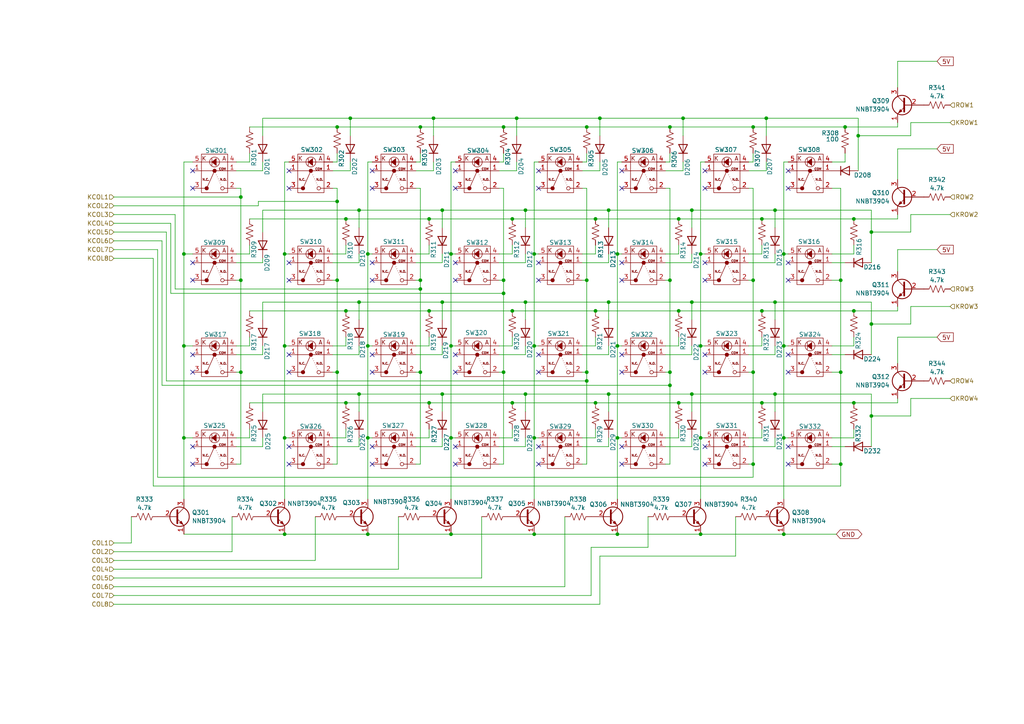
<source format=kicad_sch>
(kicad_sch (version 20231120) (generator "eeschema") (generator_version "8.0")
  (paper "A4")
  (title_block (title "KYBD UNIT") (date "2024-08-27") (rev "Rev: 1.00") (company "HOLLY & Co.,Ltd.  Masafumi Horimoto") (comment 1 "記載のない抵抗は100Ω") (comment 2 "Diode: 1N4148W"))
  (junction (at 128.27 87.63))
  (junction (at 82.55 100.33))
  (junction (at 252.73 93.98))
  (junction (at 170.18 81.28))
  (junction (at 97.79 36.83))
  (junction (at 218.44 107.95))
  (junction (at 82.55 154.94))
  (junction (at 176.53 87.63))
  (junction (at 146.05 36.83))
  (junction (at 146.05 107.95))
  (junction (at 247.65 116.84))
  (junction (at 100.33 90.17))
  (junction (at 97.79 58.42))
  (junction (at 200.66 114.3))
  (junction (at 100.33 116.84))
  (junction (at 149.86 34.29))
  (junction (at 176.53 60.96))
  (junction (at 146.05 85.09))
  (junction (at 172.72 116.84))
  (junction (at 227.33 73.66))
  (junction (at 196.85 116.84))
  (junction (at 148.59 90.17))
  (junction (at 252.73 67.31))
  (junction (at 69.85 57.15))
  (junction (at 101.6 34.29))
  (junction (at 152.4 87.63))
  (junction (at 104.14 87.63))
  (junction (at 198.12 34.29))
  (junction (at 106.68 73.66))
  (junction (at 124.46 116.84))
  (junction (at 200.66 87.63))
  (junction (at 196.85 63.5))
  (junction (at 194.31 111.76))
  (junction (at 203.2 154.94))
  (junction (at 220.98 90.17))
  (junction (at 128.27 114.3))
  (junction (at 128.27 60.96))
  (junction (at 152.4 60.96))
  (junction (at 154.94 73.66))
  (junction (at 53.34 127))
  (junction (at 121.92 36.83))
  (junction (at 170.18 36.83))
  (junction (at 172.72 90.17))
  (junction (at 106.68 154.94))
  (junction (at 220.98 63.5))
  (junction (at 100.33 63.5))
  (junction (at 222.25 34.29))
  (junction (at 243.84 107.95))
  (junction (at 130.81 73.66))
  (junction (at 200.66 60.96))
  (junction (at 130.81 100.33))
  (junction (at 179.07 127))
  (junction (at 104.14 60.96))
  (junction (at 97.79 107.95))
  (junction (at 194.31 81.28))
  (junction (at 218.44 36.83))
  (junction (at 121.92 83.82))
  (junction (at 196.85 90.17))
  (junction (at 53.34 73.66))
  (junction (at 69.85 107.95))
  (junction (at 130.81 154.94))
  (junction (at 170.18 110.49))
  (junction (at 227.33 154.94))
  (junction (at 176.53 114.3))
  (junction (at 97.79 81.28))
  (junction (at 173.99 34.29))
  (junction (at 224.79 114.3))
  (junction (at 154.94 100.33))
  (junction (at 130.81 127))
  (junction (at 172.72 63.5))
  (junction (at 218.44 134.62))
  (junction (at 104.14 114.3))
  (junction (at 148.59 116.84))
  (junction (at 220.98 116.84))
  (junction (at 194.31 36.83))
  (junction (at 218.44 81.28))
  (junction (at 152.4 114.3))
  (junction (at 170.18 107.95))
  (junction (at 106.68 100.33))
  (junction (at 243.84 81.28))
  (junction (at 248.92 39.37))
  (junction (at 82.55 127))
  (junction (at 146.05 81.28))
  (junction (at 82.55 73.66))
  (junction (at 203.2 73.66))
  (junction (at 247.65 90.17))
  (junction (at 124.46 90.17))
  (junction (at 121.92 107.95))
  (junction (at 224.79 87.63))
  (junction (at 224.79 60.96))
  (junction (at 69.85 81.28))
  (junction (at 106.68 127))
  (junction (at 179.07 154.94))
  (junction (at 203.2 127))
  (junction (at 243.84 134.62))
  (junction (at 154.94 127))
  (junction (at 148.59 63.5))
  (junction (at 245.11 36.83))
  (junction (at 227.33 100.33))
  (junction (at 203.2 100.33))
  (junction (at 252.73 120.65))
  (junction (at 121.92 81.28))
  (junction (at 227.33 127))
  (junction (at 124.46 63.5))
  (junction (at 247.65 63.5))
  (junction (at 179.07 100.33))
  (junction (at 154.94 154.94))
  (junction (at 194.31 107.95))
  (junction (at 53.34 100.33))
  (junction (at 125.73 34.29))
  (junction (at 179.07 73.66))
  (no_connect (at 83.82 54.61))
  (no_connect (at 55.88 129.54))
  (no_connect (at 204.47 54.61))
  (no_connect (at 83.82 107.95))
  (no_connect (at 156.21 49.53))
  (no_connect (at 107.95 107.95))
  (no_connect (at 107.95 54.61))
  (no_connect (at 83.82 49.53))
  (no_connect (at 180.34 134.62))
  (no_connect (at 204.47 129.54))
  (no_connect (at 204.47 49.53))
  (no_connect (at 107.95 49.53))
  (no_connect (at 132.08 81.28))
  (no_connect (at 228.6 54.61))
  (no_connect (at 156.21 81.28))
  (no_connect (at 132.08 102.87))
  (no_connect (at 204.47 107.95))
  (no_connect (at 156.21 134.62))
  (no_connect (at 228.6 134.62))
  (no_connect (at 132.08 49.53))
  (no_connect (at 156.21 76.2))
  (no_connect (at 228.6 129.54))
  (no_connect (at 132.08 134.62))
  (no_connect (at 204.47 102.87))
  (no_connect (at 55.88 107.95))
  (no_connect (at 83.82 129.54))
  (no_connect (at 55.88 134.62))
  (no_connect (at 83.82 81.28))
  (no_connect (at 204.47 134.62))
  (no_connect (at 156.21 107.95))
  (no_connect (at 107.95 102.87))
  (no_connect (at 156.21 129.54))
  (no_connect (at 228.6 49.53))
  (no_connect (at 156.21 102.87))
  (no_connect (at 180.34 54.61))
  (no_connect (at 228.6 81.28))
  (no_connect (at 132.08 76.2))
  (no_connect (at 180.34 81.28))
  (no_connect (at 107.95 81.28))
  (no_connect (at 228.6 102.87))
  (no_connect (at 55.88 102.87))
  (no_connect (at 132.08 129.54))
  (no_connect (at 156.21 54.61))
  (no_connect (at 55.88 76.2))
  (no_connect (at 107.95 134.62))
  (no_connect (at 180.34 129.54))
  (no_connect (at 107.95 129.54))
  (no_connect (at 83.82 102.87))
  (no_connect (at 107.95 76.2))
  (no_connect (at 180.34 107.95))
  (no_connect (at 228.6 76.2))
  (no_connect (at 180.34 102.87))
  (no_connect (at 83.82 134.62))
  (no_connect (at 180.34 76.2))
  (no_connect (at 83.82 76.2))
  (no_connect (at 55.88 49.53))
  (no_connect (at 204.47 76.2))
  (no_connect (at 55.88 54.61))
  (no_connect (at 204.47 81.28))
  (no_connect (at 55.88 81.28))
  (no_connect (at 180.34 49.53))
  (no_connect (at 132.08 107.95))
  (no_connect (at 228.6 107.95))
  (no_connect (at 132.08 54.61))
  (wire (pts (xy 148.59 73.66) (xy 144.78 73.66)))
  (wire (pts (xy 172.72 63.5) (xy 196.85 63.5)))
  (wire (pts (xy 193.04 81.28) (xy 194.31 81.28)))
  (wire (pts (xy 243.84 107.95) (xy 241.3 107.95)))
  (wire (pts (xy 170.18 110.49) (xy 48.26 110.49)))
  (wire (pts (xy 97.79 54.61) (xy 97.79 58.42)))
  (wire (pts (xy 104.14 127) (xy 104.14 129.54)))
  (wire (pts (xy 170.18 54.61) (xy 170.18 81.28)))
  (wire (pts (xy 243.84 140.97) (xy 44.45 140.97)))
  (wire (pts (xy 148.59 71.12) (xy 148.59 73.66)))
  (wire (pts (xy 260.35 63.5) (xy 260.35 62.23)))
  (wire (pts (xy 128.27 114.3) (xy 152.4 114.3)))
  (wire (pts (xy 82.55 73.66) (xy 83.82 73.66)))
  (wire (pts (xy 218.44 36.83) (xy 245.11 36.83)))
  (wire (pts (xy 194.31 107.95) (xy 193.04 107.95)))
  (wire (pts (xy 260.35 72.39) (xy 260.35 78.74)))
  (wire (pts (xy 243.84 134.62) (xy 243.84 140.97)))
  (wire (pts (xy 154.94 127) (xy 154.94 144.78)))
  (wire (pts (xy 100.33 97.79) (xy 100.33 100.33)))
  (wire (pts (xy 74.93 59.69) (xy 74.93 58.42)))
  (wire (pts (xy 104.14 60.96) (xy 104.14 66.04)))
  (wire (pts (xy 245.11 102.87) (xy 241.3 102.87)))
  (wire (pts (xy 83.82 127) (xy 82.55 127)))
  (wire (pts (xy 152.4 60.96) (xy 152.4 66.04)))
  (wire (pts (xy 128.27 127) (xy 128.27 129.54)))
  (wire (pts (xy 172.72 90.17) (xy 196.85 90.17)))
  (wire (pts (xy 176.53 102.87) (xy 168.91 102.87)))
  (wire (pts (xy 104.14 87.63) (xy 128.27 87.63)))
  (wire (pts (xy 152.4 73.66) (xy 152.4 76.2)))
  (wire (pts (xy 179.07 100.33) (xy 180.34 100.33)))
  (wire (pts (xy 104.14 76.2) (xy 96.52 76.2)))
  (wire (pts (xy 124.46 90.17) (xy 148.59 90.17)))
  (wire (pts (xy 264.16 35.56) (xy 264.16 39.37)))
  (wire (pts (xy 173.99 175.26) (xy 173.99 161.29)))
  (wire (pts (xy 106.68 73.66) (xy 107.95 73.66)))
  (wire (pts (xy 220.98 90.17) (xy 247.65 90.17)))
  (wire (pts (xy 128.27 76.2) (xy 120.65 76.2)))
  (wire (pts (xy 194.31 107.95) (xy 194.31 111.76)))
  (wire (pts (xy 194.31 134.62) (xy 193.04 134.62)))
  (wire (pts (xy 222.25 46.99) (xy 222.25 49.53)))
  (wire (pts (xy 152.4 76.2) (xy 144.78 76.2)))
  (wire (pts (xy 121.92 81.28) (xy 121.92 83.82)))
  (wire (pts (xy 146.05 36.83) (xy 170.18 36.83)))
  (wire (pts (xy 106.68 100.33) (xy 106.68 127)))
  (wire (pts (xy 243.84 134.62) (xy 241.3 134.62)))
  (wire (pts (xy 264.16 88.9) (xy 264.16 93.98)))
  (wire (pts (xy 101.6 46.99) (xy 101.6 49.53)))
  (wire (pts (xy 200.66 102.87) (xy 193.04 102.87)))
  (wire (pts (xy 241.3 46.99) (xy 245.11 46.99)))
  (wire (pts (xy 193.04 46.99) (xy 194.31 46.99)))
  (wire (pts (xy 271.78 97.79) (xy 260.35 97.79)))
  (wire (pts (xy 194.31 36.83) (xy 218.44 36.83)))
  (wire (pts (xy 33.02 72.39) (xy 45.72 72.39)))
  (wire (pts (xy 194.31 81.28) (xy 194.31 107.95)))
  (wire (pts (xy 176.53 114.3) (xy 200.66 114.3)))
  (wire (pts (xy 104.14 114.3) (xy 104.14 119.38)))
  (wire (pts (xy 260.35 43.18) (xy 271.78 43.18)))
  (wire (pts (xy 180.34 46.99) (xy 179.07 46.99)))
  (wire (pts (xy 53.34 154.94) (xy 82.55 154.94)))
  (wire (pts (xy 76.2 87.63) (xy 76.2 92.71)))
  (wire (pts (xy 170.18 107.95) (xy 170.18 110.49)))
  (wire (pts (xy 72.39 124.46) (xy 72.39 127)))
  (wire (pts (xy 170.18 110.49) (xy 170.18 134.62)))
  (wire (pts (xy 101.6 34.29) (xy 101.6 39.37)))
  (wire (pts (xy 106.68 100.33) (xy 107.95 100.33)))
  (wire (pts (xy 101.6 49.53) (xy 96.52 49.53)))
  (wire (pts (xy 213.36 161.29) (xy 213.36 149.86)))
  (wire (pts (xy 125.73 49.53) (xy 120.65 49.53)))
  (wire (pts (xy 44.45 140.97) (xy 44.45 74.93)))
  (wire (pts (xy 96.52 46.99) (xy 97.79 46.99)))
  (wire (pts (xy 222.25 34.29) (xy 248.92 34.29)))
  (wire (pts (xy 170.18 107.95) (xy 168.91 107.95)))
  (wire (pts (xy 148.59 63.5) (xy 172.72 63.5)))
  (wire (pts (xy 96.52 54.61) (xy 97.79 54.61)))
  (wire (pts (xy 170.18 81.28) (xy 170.18 107.95)))
  (wire (pts (xy 172.72 71.12) (xy 172.72 73.66)))
  (wire (pts (xy 168.91 54.61) (xy 170.18 54.61)))
  (wire (pts (xy 97.79 107.95) (xy 96.52 107.95)))
  (wire (pts (xy 152.4 127) (xy 152.4 129.54)))
  (wire (pts (xy 179.07 144.78) (xy 179.07 127)))
  (wire (pts (xy 260.35 36.83) (xy 245.11 36.83)))
  (wire (pts (xy 172.72 97.79) (xy 172.72 100.33)))
  (wire (pts (xy 196.85 97.79) (xy 196.85 100.33)))
  (wire (pts (xy 130.81 46.99) (xy 130.81 73.66)))
  (wire (pts (xy 248.92 34.29) (xy 248.92 39.37)))
  (wire (pts (xy 76.2 34.29) (xy 76.2 39.37)))
  (wire (pts (xy 72.39 63.5) (xy 100.33 63.5)))
  (wire (pts (xy 154.94 73.66) (xy 156.21 73.66)))
  (wire (pts (xy 176.53 60.96) (xy 176.53 66.04)))
  (wire (pts (xy 146.05 54.61) (xy 146.05 81.28)))
  (wire (pts (xy 227.33 154.94) (xy 242.57 154.94)))
  (wire (pts (xy 156.21 46.99) (xy 154.94 46.99)))
  (wire (pts (xy 154.94 73.66) (xy 154.94 100.33)))
  (wire (pts (xy 82.55 100.33) (xy 83.82 100.33)))
  (wire (pts (xy 275.59 35.56) (xy 264.16 35.56)))
  (wire (pts (xy 68.58 107.95) (xy 69.85 107.95)))
  (wire (pts (xy 264.16 115.57) (xy 264.16 120.65)))
  (wire (pts (xy 170.18 134.62) (xy 168.91 134.62)))
  (wire (pts (xy 203.2 100.33) (xy 203.2 127)))
  (wire (pts (xy 176.53 87.63) (xy 176.53 92.71)))
  (wire (pts (xy 53.34 100.33) (xy 53.34 127)))
  (wire (pts (xy 247.65 127) (xy 241.3 127)))
  (wire (pts (xy 152.4 114.3) (xy 152.4 119.38)))
  (wire (pts (xy 128.27 60.96) (xy 128.27 66.04)))
  (wire (pts (xy 72.39 44.45) (xy 72.39 46.99)))
  (wire (pts (xy 91.44 149.86) (xy 91.44 162.56)))
  (wire (pts (xy 218.44 46.99) (xy 218.44 44.45)))
  (wire (pts (xy 55.88 127) (xy 53.34 127)))
  (wire (pts (xy 67.31 160.02) (xy 33.02 160.02)))
  (wire (pts (xy 115.57 149.86) (xy 115.57 165.1)))
  (wire (pts (xy 200.66 73.66) (xy 200.66 76.2)))
  (wire (pts (xy 100.33 116.84) (xy 124.46 116.84)))
  (wire (pts (xy 97.79 107.95) (xy 97.79 134.62)))
  (wire (pts (xy 260.35 17.78) (xy 271.78 17.78)))
  (wire (pts (xy 171.45 158.75) (xy 171.45 172.72)))
  (wire (pts (xy 196.85 73.66) (xy 193.04 73.66)))
  (wire (pts (xy 152.4 114.3) (xy 176.53 114.3)))
  (wire (pts (xy 243.84 54.61) (xy 243.84 81.28)))
  (wire (pts (xy 72.39 90.17) (xy 100.33 90.17)))
  (wire (pts (xy 46.99 69.85) (xy 46.99 111.76)))
  (wire (pts (xy 68.58 54.61) (xy 69.85 54.61)))
  (wire (pts (xy 139.7 167.64) (xy 33.02 167.64)))
  (wire (pts (xy 220.98 73.66) (xy 217.17 73.66)))
  (wire (pts (xy 76.2 129.54) (xy 68.58 129.54)))
  (wire (pts (xy 125.73 34.29) (xy 101.6 34.29)))
  (wire (pts (xy 152.4 87.63) (xy 152.4 92.71)))
  (wire (pts (xy 198.12 46.99) (xy 198.12 49.53)))
  (wire (pts (xy 252.73 93.98) (xy 252.73 87.63)))
  (wire (pts (xy 124.46 71.12) (xy 124.46 73.66)))
  (wire (pts (xy 275.59 88.9) (xy 264.16 88.9)))
  (wire (pts (xy 49.53 85.09) (xy 49.53 64.77)))
  (wire (pts (xy 146.05 81.28) (xy 144.78 81.28)))
  (wire (pts (xy 38.1 149.86) (xy 38.1 157.48)))
  (wire (pts (xy 154.94 100.33) (xy 156.21 100.33)))
  (wire (pts (xy 76.2 60.96) (xy 76.2 67.31)))
  (wire (pts (xy 179.07 154.94) (xy 203.2 154.94)))
  (wire (pts (xy 170.18 46.99) (xy 170.18 44.45)))
  (wire (pts (xy 72.39 73.66) (xy 68.58 73.66)))
  (wire (pts (xy 104.14 129.54) (xy 96.52 129.54)))
  (wire (pts (xy 222.25 39.37) (xy 222.25 34.29)))
  (wire (pts (xy 152.4 129.54) (xy 144.78 129.54)))
  (wire (pts (xy 163.83 170.18) (xy 33.02 170.18)))
  (wire (pts (xy 200.66 129.54) (xy 193.04 129.54)))
  (wire (pts (xy 154.94 46.99) (xy 154.94 73.66)))
  (wire (pts (xy 203.2 154.94) (xy 227.33 154.94)))
  (wire (pts (xy 176.53 60.96) (xy 200.66 60.96)))
  (wire (pts (xy 121.92 107.95) (xy 120.65 107.95)))
  (wire (pts (xy 124.46 124.46) (xy 124.46 127)))
  (wire (pts (xy 148.59 100.33) (xy 144.78 100.33)))
  (wire (pts (xy 200.66 60.96) (xy 200.66 66.04)))
  (wire (pts (xy 124.46 127) (xy 120.65 127)))
  (wire (pts (xy 224.79 76.2) (xy 217.17 76.2)))
  (wire (pts (xy 76.2 100.33) (xy 76.2 102.87)))
  (wire (pts (xy 173.99 39.37) (xy 173.99 34.29)))
  (wire (pts (xy 128.27 73.66) (xy 128.27 76.2)))
  (wire (pts (xy 146.05 81.28) (xy 146.05 85.09)))
  (wire (pts (xy 106.68 127) (xy 106.68 144.78)))
  (wire (pts (xy 33.02 157.48) (xy 38.1 157.48)))
  (wire (pts (xy 218.44 134.62) (xy 217.17 134.62)))
  (wire (pts (xy 196.85 100.33) (xy 193.04 100.33)))
  (wire (pts (xy 193.04 54.61) (xy 194.31 54.61)))
  (wire (pts (xy 100.33 124.46) (xy 100.33 127)))
  (wire (pts (xy 91.44 162.56) (xy 33.02 162.56)))
  (wire (pts (xy 260.35 97.79) (xy 260.35 105.41)))
  (wire (pts (xy 260.35 115.57) (xy 260.35 116.84)))
  (wire (pts (xy 120.65 54.61) (xy 121.92 54.61)))
  (wire (pts (xy 76.2 46.99) (xy 76.2 49.53)))
  (wire (pts (xy 72.39 127) (xy 68.58 127)))
  (wire (pts (xy 179.07 100.33) (xy 179.07 127)))
  (wire (pts (xy 245.11 129.54) (xy 241.3 129.54)))
  (wire (pts (xy 149.86 34.29) (xy 125.73 34.29)))
  (wire (pts (xy 252.73 120.65) (xy 252.73 114.3)))
  (wire (pts (xy 171.45 172.72) (xy 33.02 172.72)))
  (wire (pts (xy 220.98 71.12) (xy 220.98 73.66)))
  (wire (pts (xy 132.08 46.99) (xy 130.81 46.99)))
  (wire (pts (xy 53.34 127) (xy 53.34 144.78)))
  (wire (pts (xy 76.2 87.63) (xy 104.14 87.63)))
  (wire (pts (xy 124.46 73.66) (xy 120.65 73.66)))
  (wire (pts (xy 45.72 138.43) (xy 45.72 72.39)))
  (wire (pts (xy 172.72 124.46) (xy 172.72 127)))
  (wire (pts (xy 170.18 36.83) (xy 194.31 36.83)))
  (wire (pts (xy 76.2 114.3) (xy 76.2 119.38)))
  (wire (pts (xy 252.73 67.31) (xy 252.73 60.96)))
  (wire (pts (xy 252.73 87.63) (xy 224.79 87.63)))
  (wire (pts (xy 68.58 102.87) (xy 76.2 102.87)))
  (wire (pts (xy 152.4 87.63) (xy 176.53 87.63)))
  (wire (pts (xy 173.99 161.29) (xy 213.36 161.29)))
  (wire (pts (xy 248.92 39.37) (xy 248.92 49.53)))
  (wire (pts (xy 146.05 107.95) (xy 146.05 134.62)))
  (wire (pts (xy 176.53 87.63) (xy 200.66 87.63)))
  (wire (pts (xy 218.44 134.62) (xy 218.44 138.43)))
  (wire (pts (xy 172.72 127) (xy 168.91 127)))
  (wire (pts (xy 33.02 59.69) (xy 74.93 59.69)))
  (wire (pts (xy 149.86 34.29) (xy 149.86 39.37)))
  (wire (pts (xy 104.14 114.3) (xy 128.27 114.3)))
  (wire (pts (xy 104.14 60.96) (xy 128.27 60.96)))
  (wire (pts (xy 220.98 116.84) (xy 247.65 116.84)))
  (wire (pts (xy 128.27 87.63) (xy 152.4 87.63)))
  (wire (pts (xy 106.68 73.66) (xy 106.68 100.33)))
  (wire (pts (xy 107.95 127) (xy 106.68 127)))
  (wire (pts (xy 203.2 127) (xy 204.47 127)))
  (wire (pts (xy 170.18 81.28) (xy 168.91 81.28)))
  (wire (pts (xy 179.07 127) (xy 180.34 127)))
  (wire (pts (xy 130.81 154.94) (xy 154.94 154.94)))
  (wire (pts (xy 224.79 114.3) (xy 224.79 119.38)))
  (wire (pts (xy 241.3 54.61) (xy 243.84 54.61)))
  (wire (pts (xy 227.33 100.33) (xy 227.33 73.66)))
  (wire (pts (xy 222.25 34.29) (xy 198.12 34.29)))
  (wire (pts (xy 106.68 154.94) (xy 130.81 154.94)))
  (wire (pts (xy 104.14 87.63) (xy 104.14 92.71)))
  (wire (pts (xy 224.79 73.66) (xy 224.79 76.2)))
  (wire (pts (xy 128.27 100.33) (xy 128.27 102.87)))
  (wire (pts (xy 227.33 73.66) (xy 227.33 46.99)))
  (wire (pts (xy 53.34 73.66) (xy 53.34 100.33)))
  (wire (pts (xy 128.27 60.96) (xy 152.4 60.96)))
  (wire (pts (xy 148.59 116.84) (xy 172.72 116.84)))
  (wire (pts (xy 33.02 175.26) (xy 173.99 175.26)))
  (wire (pts (xy 72.39 97.79) (xy 72.39 100.33)))
  (wire (pts (xy 194.31 54.61) (xy 194.31 81.28)))
  (wire (pts (xy 74.93 58.42) (xy 97.79 58.42)))
  (wire (pts (xy 275.59 115.57) (xy 264.16 115.57)))
  (wire (pts (xy 196.85 127) (xy 193.04 127)))
  (wire (pts (xy 264.16 67.31) (xy 252.73 67.31)))
  (wire (pts (xy 243.84 81.28) (xy 243.84 107.95)))
  (wire (pts (xy 224.79 127) (xy 224.79 129.54)))
  (wire (pts (xy 252.73 120.65) (xy 252.73 129.54)))
  (wire (pts (xy 69.85 57.15) (xy 69.85 81.28)))
  (wire (pts (xy 121.92 54.61) (xy 121.92 81.28)))
  (wire (pts (xy 204.47 46.99) (xy 203.2 46.99)))
  (wire (pts (xy 152.4 100.33) (xy 152.4 102.87)))
  (wire (pts (xy 187.96 149.86) (xy 187.96 158.75)))
  (wire (pts (xy 227.33 127) (xy 227.33 100.33)))
  (wire (pts (xy 130.81 144.78) (xy 130.81 127)))
  (wire (pts (xy 200.66 87.63) (xy 200.66 92.71)))
  (wire (pts (xy 154.94 154.94) (xy 179.07 154.94)))
  (wire (pts (xy 76.2 114.3) (xy 104.14 114.3)))
  (wire (pts (xy 146.05 85.09) (xy 146.05 107.95)))
  (wire (pts (xy 200.66 60.96) (xy 224.79 60.96)))
  (wire (pts (xy 217.17 49.53) (xy 222.25 49.53)))
  (wire (pts (xy 53.34 73.66) (xy 55.88 73.66)))
  (wire (pts (xy 139.7 149.86) (xy 139.7 167.64)))
  (wire (pts (xy 227.33 100.33) (xy 228.6 100.33)))
  (wire (pts (xy 260.35 25.4) (xy 260.35 17.78)))
  (wire (pts (xy 69.85 107.95) (xy 69.85 134.62)))
  (wire (pts (xy 154.94 100.33) (xy 154.94 127)))
  (wire (pts (xy 172.72 116.84) (xy 196.85 116.84)))
  (wire (pts (xy 264.16 62.23) (xy 264.16 67.31)))
  (wire (pts (xy 33.02 69.85) (xy 46.99 69.85)))
  (wire (pts (xy 68.58 81.28) (xy 69.85 81.28)))
  (wire (pts (xy 68.58 76.2) (xy 76.2 76.2)))
  (wire (pts (xy 72.39 36.83) (xy 97.79 36.83)))
  (wire (pts (xy 247.65 97.79) (xy 247.65 100.33)))
  (wire (pts (xy 172.72 73.66) (xy 168.91 73.66)))
  (wire (pts (xy 176.53 114.3) (xy 176.53 119.38)))
  (wire (pts (xy 146.05 85.09) (xy 49.53 85.09)))
  (wire (pts (xy 121.92 36.83) (xy 146.05 36.83)))
  (wire (pts (xy 203.2 100.33) (xy 204.47 100.33)))
  (wire (pts (xy 198.12 49.53) (xy 193.04 49.53)))
  (wire (pts (xy 173.99 46.99) (xy 173.99 49.53)))
  (wire (pts (xy 55.88 46.99) (xy 53.34 46.99)))
  (wire (pts (xy 130.81 100.33) (xy 130.81 127)))
  (wire (pts (xy 224.79 102.87) (xy 217.17 102.87)))
  (wire (pts (xy 247.65 73.66) (xy 241.3 73.66)))
  (wire (pts (xy 144.78 49.53) (xy 149.86 49.53)))
  (wire (pts (xy 97.79 58.42) (xy 97.79 81.28)))
  (wire (pts (xy 196.85 90.17) (xy 220.98 90.17)))
  (wire (pts (xy 218.44 54.61) (xy 218.44 81.28)))
  (wire (pts (xy 100.33 63.5) (xy 124.46 63.5)))
  (wire (pts (xy 176.53 100.33) (xy 176.53 102.87)))
  (wire (pts (xy 97.79 134.62) (xy 96.52 134.62)))
  (wire (pts (xy 128.27 114.3) (xy 128.27 119.38)))
  (wire (pts (xy 101.6 34.29) (xy 76.2 34.29)))
  (wire (pts (xy 200.66 114.3) (xy 224.79 114.3)))
  (wire (pts (xy 76.2 60.96) (xy 104.14 60.96)))
  (wire (pts (xy 260.35 88.9) (xy 260.35 90.17)))
  (wire (pts (xy 82.55 154.94) (xy 106.68 154.94)))
  (wire (pts (xy 203.2 46.99) (xy 203.2 73.66)))
  (wire (pts (xy 220.98 127) (xy 217.17 127)))
  (wire (pts (xy 50.8 83.82) (xy 121.92 83.82)))
  (wire (pts (xy 106.68 46.99) (xy 106.68 73.66)))
  (wire (pts (xy 163.83 149.86) (xy 163.83 170.18)))
  (wire (pts (xy 200.66 100.33) (xy 200.66 102.87)))
  (wire (pts (xy 53.34 46.99) (xy 53.34 73.66)))
  (wire (pts (xy 128.27 102.87) (xy 120.65 102.87)))
  (wire (pts (xy 200.66 87.63) (xy 224.79 87.63)))
  (wire (pts (xy 72.39 71.12) (xy 72.39 73.66)))
  (wire (pts (xy 72.39 46.99) (xy 68.58 46.99)))
  (wire (pts (xy 260.35 52.07) (xy 260.35 43.18)))
  (wire (pts (xy 203.2 144.78) (xy 203.2 127)))
  (wire (pts (xy 104.14 102.87) (xy 96.52 102.87)))
  (wire (pts (xy 227.33 144.78) (xy 227.33 127)))
  (wire (pts (xy 196.85 63.5) (xy 220.98 63.5)))
  (wire (pts (xy 179.07 73.66) (xy 179.07 100.33)))
  (wire (pts (xy 245.11 46.99) (xy 245.11 44.45)))
  (wire (pts (xy 198.12 34.29) (xy 198.12 39.37)))
  (wire (pts (xy 247.65 90.17) (xy 260.35 90.17)))
  (wire (pts (xy 124.46 97.79) (xy 124.46 100.33)))
  (wire (pts (xy 260.35 35.56) (xy 260.35 36.83)))
  (wire (pts (xy 67.31 149.86) (xy 67.31 160.02)))
  (wire (pts (xy 176.53 73.66) (xy 176.53 76.2)))
  (wire (pts (xy 97.79 36.83) (xy 121.92 36.83)))
  (wire (pts (xy 82.55 73.66) (xy 82.55 100.33)))
  (wire (pts (xy 33.02 57.15) (xy 69.85 57.15)))
  (wire (pts (xy 218.44 107.95) (xy 218.44 134.62)))
  (wire (pts (xy 97.79 81.28) (xy 96.52 81.28)))
  (wire (pts (xy 97.79 46.99) (xy 97.79 44.45)))
  (wire (pts (xy 148.59 127) (xy 144.78 127)))
  (wire (pts (xy 130.81 127) (xy 132.08 127)))
  (wire (pts (xy 100.33 127) (xy 96.52 127)))
  (wire (pts (xy 76.2 74.93) (xy 76.2 76.2)))
  (wire (pts (xy 149.86 46.99) (xy 149.86 49.53)))
  (wire (pts (xy 173.99 34.29) (xy 149.86 34.29)))
  (wire (pts (xy 200.66 76.2) (xy 193.04 76.2)))
  (wire (pts (xy 130.81 100.33) (xy 132.08 100.33)))
  (wire (pts (xy 121.92 83.82) (xy 121.92 107.95)))
  (wire (pts (xy 44.45 74.93) (xy 33.02 74.93)))
  (wire (pts (xy 264.16 93.98) (xy 252.73 93.98)))
  (wire (pts (xy 100.33 90.17) (xy 124.46 90.17)))
  (wire (pts (xy 148.59 90.17) (xy 172.72 90.17)))
  (wire (pts (xy 128.27 129.54) (xy 120.65 129.54)))
  (wire (pts (xy 50.8 62.23) (xy 50.8 83.82)))
  (wire (pts (xy 252.73 60.96) (xy 224.79 60.96)))
  (wire (pts (xy 76.2 49.53) (xy 68.58 49.53)))
  (wire (pts (xy 218.44 107.95) (xy 217.17 107.95)))
  (wire (pts (xy 245.11 76.2) (xy 241.3 76.2)))
  (wire (pts (xy 107.95 46.99) (xy 106.68 46.99)))
  (wire (pts (xy 224.79 129.54) (xy 217.17 129.54)))
  (wire (pts (xy 218.44 81.28) (xy 217.17 81.28)))
  (wire (pts (xy 252.73 67.31) (xy 252.73 76.2)))
  (wire (pts (xy 82.55 127) (xy 82.55 144.78)))
  (wire (pts (xy 104.14 100.33) (xy 104.14 102.87)))
  (wire (pts (xy 220.98 100.33) (xy 217.17 100.33)))
  (wire (pts (xy 264.16 120.65) (xy 252.73 120.65)))
  (wire (pts (xy 220.98 63.5) (xy 247.65 63.5)))
  (wire (pts (xy 148.59 124.46) (xy 148.59 127)))
  (wire (pts (xy 156.21 127) (xy 154.94 127)))
  (wire (pts (xy 187.96 158.75) (xy 171.45 158.75)))
  (wire (pts (xy 218.44 138.43) (xy 45.72 138.43)))
  (wire (pts (xy 82.55 100.33) (xy 82.55 127)))
  (wire (pts (xy 264.16 39.37) (xy 248.92 39.37)))
  (wire (pts (xy 247.65 124.46) (xy 247.65 127)))
  (wire (pts (xy 218.44 81.28) (xy 218.44 107.95)))
  (wire (pts (xy 128.27 87.63) (xy 128.27 92.71)))
  (wire (pts (xy 227.33 46.99) (xy 228.6 46.99)))
  (wire (pts (xy 176.53 127) (xy 176.53 129.54)))
  (wire (pts (xy 69.85 54.61) (xy 69.85 57.15)))
  (wire (pts (xy 83.82 46.99) (xy 82.55 46.99)))
  (wire (pts (xy 173.99 49.53) (xy 168.91 49.53)))
  (wire (pts (xy 100.33 71.12) (xy 100.33 73.66)))
  (wire (pts (xy 152.4 60.96) (xy 176.53 60.96)))
  (wire (pts (xy 176.53 76.2) (xy 168.91 76.2)))
  (wire (pts (xy 130.81 73.66) (xy 132.08 73.66)))
  (wire (pts (xy 260.35 116.84) (xy 247.65 116.84)))
  (wire (pts (xy 194.31 46.99) (xy 194.31 44.45)))
  (wire (pts (xy 243.84 81.28) (xy 241.3 81.28)))
  (wire (pts (xy 179.07 46.99) (xy 179.07 73.66)))
  (wire (pts (xy 121.92 134.62) (xy 120.65 134.62)))
  (wire (pts (xy 260.35 63.5) (xy 247.65 63.5)))
  (wire (pts (xy 49.53 64.77) (xy 33.02 64.77)))
  (wire (pts (xy 179.07 73.66) (xy 180.34 73.66)))
  (wire (pts (xy 68.58 134.62) (xy 69.85 134.62)))
  (wire (pts (xy 96.52 73.66) (xy 100.33 73.66)))
  (wire (pts (xy 227.33 73.66) (xy 228.6 73.66)))
  (wire (pts (xy 121.92 46.99) (xy 121.92 44.45)))
  (wire (pts (xy 196.85 124.46) (xy 196.85 127)))
  (wire (pts (xy 243.84 107.95) (xy 243.84 134.62)))
  (wire (pts (xy 69.85 81.28) (xy 69.85 107.95)))
  (wire (pts (xy 196.85 71.12) (xy 196.85 73.66)))
  (wire (pts (xy 271.78 72.39) (xy 260.35 72.39)))
  (wire (pts (xy 220.98 97.79) (xy 220.98 100.33)))
  (wire (pts (xy 200.66 114.3) (xy 200.66 119.38)))
  (wire (pts (xy 146.05 134.62) (xy 144.78 134.62)))
  (wire (pts (xy 97.79 81.28) (xy 97.79 107.95)))
  (wire (pts (xy 152.4 102.87) (xy 144.78 102.87)))
  (wire (pts (xy 33.02 62.23) (xy 50.8 62.23)))
  (wire (pts (xy 220.98 149.86) (xy 219.71 149.86)))
  (wire (pts (xy 148.59 97.79) (xy 148.59 100.33)))
  (wire (pts (xy 124.46 100.33) (xy 120.65 100.33)))
  (wire (pts (xy 46.99 111.76) (xy 194.31 111.76)))
  (wire (pts (xy 203.2 73.66) (xy 204.47 73.66)))
  (wire (pts (xy 76.2 127) (xy 76.2 129.54)))
  (wire (pts (xy 217.17 54.61) (xy 218.44 54.61)))
  (wire (pts (xy 125.73 34.29) (xy 125.73 39.37)))
  (wire (pts (xy 144.78 46.99) (xy 146.05 46.99)))
  (wire (pts (xy 121.92 81.28) (xy 120.65 81.28)))
  (wire (pts (xy 82.55 46.99) (xy 82.55 73.66)))
  (wire (pts (xy 124.46 63.5) (xy 148.59 63.5)))
  (wire (pts (xy 104.14 73.66) (xy 104.14 76.2)))
  (wire (pts (xy 130.81 73.66) (xy 130.81 100.33)))
  (wire (pts (xy 96.52 100.33) (xy 100.33 100.33)))
  (wire (pts (xy 203.2 73.66) (xy 203.2 100.33)))
  (wire (pts (xy 247.65 100.33) (xy 241.3 100.33)))
  (wire (pts (xy 120.65 46.99) (xy 121.92 46.99)))
  (wire (pts (xy 173.99 34.29) (xy 198.12 34.29)))
  (wire (pts (xy 224.79 100.33) (xy 224.79 102.87)))
  (wire (pts (xy 124.46 116.84) (xy 148.59 116.84)))
  (wire (pts (xy 247.65 71.12) (xy 247.65 73.66)))
  (wire (pts (xy 172.72 100.33) (xy 168.91 100.33)))
  (wire (pts (xy 217.17 46.99) (xy 218.44 46.99)))
  (wire (pts (xy 168.91 46.99) (xy 170.18 46.99)))
  (wire (pts (xy 200.66 127) (xy 200.66 129.54)))
  (wire (pts (xy 194.31 111.76) (xy 194.31 134.62)))
  (wire (pts (xy 125.73 46.99) (xy 125.73 49.53)))
  (wire (pts (xy 146.05 107.95) (xy 144.78 107.95)))
  (wire (pts (xy 220.98 124.46) (xy 220.98 127)))
  (wire (pts (xy 196.85 116.84) (xy 220.98 116.84)))
  (wire (pts (xy 115.57 165.1) (xy 33.02 165.1)))
  (wire (pts (xy 252.73 114.3) (xy 224.79 114.3)))
  (wire (pts (xy 48.26 110.49) (xy 48.26 67.31)))
  (wire (pts (xy 121.92 107.95) (xy 121.92 134.62)))
  (wire (pts (xy 72.39 116.84) (xy 100.33 116.84)))
  (wire (pts (xy 227.33 127) (xy 228.6 127)))
  (wire (pts (xy 176.53 129.54) (xy 168.91 129.54)))
  (wire (pts (xy 53.34 100.33) (xy 55.88 100.33)))
  (wire (pts (xy 48.26 67.31) (xy 33.02 67.31)))
  (wire (pts (xy 224.79 87.63) (xy 224.79 92.71)))
  (wire (pts (xy 144.78 54.61) (xy 146.05 54.61)))
  (wire (pts (xy 252.73 93.98) (xy 252.73 102.87)))
  (wire (pts (xy 146.05 46.99) (xy 146.05 44.45)))
  (wire (pts (xy 224.79 60.96) (xy 224.79 66.04)))
  (wire (pts (xy 72.39 100.33) (xy 68.58 100.33)))
  (wire (pts (xy 275.59 62.23) (xy 264.16 62.23)))
  (global_label "5V" (shape input) (at 271.78 17.78 0) (property "Intersheetrefs" "${INTERSHEET_REFS}" (effects (hide yes))))
  (global_label "5V" (shape input) (at 271.78 72.39 0) (property "Intersheetrefs" "${INTERSHEET_REFS}" (effects (hide yes))))
  (global_label "GND" (shape bidirectional) (at 242.57 154.94 0) (property "Intersheetrefs" "${INTERSHEET_REFS}" (effects (hide yes))))
  (global_label "5V" (shape input) (at 271.78 43.18 0) (property "Intersheetrefs" "${INTERSHEET_REFS}" (effects (hide yes))))
  (global_label "5V" (shape input) (at 271.78 97.79 0) (property "Intersheetrefs" "${INTERSHEET_REFS}" (effects (hide yes))))
  (hierarchical_label "KCOL6" (shape input) (at 33.02 69.85 180))
  (hierarchical_label "KCOL8" (shape input) (at 33.02 74.93 180))
  (hierarchical_label "COL8" (shape input) (at 33.02 175.26 180))
  (hierarchical_label "KROW2" (shape input) (at 275.59 62.23 0))
  (hierarchical_label "KROW4" (shape input) (at 275.59 115.57 0))
  (hierarchical_label "ROW4" (shape input) (at 275.59 110.49 0))
  (hierarchical_label "COL5" (shape input) (at 33.02 167.64 180))
  (hierarchical_label "COL2" (shape input) (at 33.02 160.02 180))
  (hierarchical_label "KCOL1" (shape input) (at 33.02 57.15 180))
  (hierarchical_label "COL3" (shape input) (at 33.02 162.56 180))
  (hierarchical_label "COL4" (shape input) (at 33.02 165.1 180))
  (hierarchical_label "KROW1" (shape input) (at 275.59 35.56 0))
  (hierarchical_label "KCOL5" (shape input) (at 33.02 67.31 180))
  (hierarchical_label "ROW2" (shape input) (at 275.59 57.15 0))
  (hierarchical_label "COL7" (shape input) (at 33.02 172.72 180))
  (hierarchical_label "COL1" (shape input) (at 33.02 157.48 180))
  (hierarchical_label "KCOL4" (shape input) (at 33.02 64.77 180))
  (hierarchical_label "COL6" (shape input) (at 33.02 170.18 180))
  (hierarchical_label "ROW3" (shape input) (at 275.59 83.82 0))
  (hierarchical_label "KCOL7" (shape input) (at 33.02 72.39 180))
  (hierarchical_label "ROW1" (shape input) (at 275.59 30.48 0))
  (hierarchical_label "KROW3" (shape input) (at 275.59 88.9 0))
  (hierarchical_label "KCOL3" (shape input) (at 33.02 62.23 180))
  (hierarchical_label "KCOL2" (shape input) (at 33.02 59.69 180))
  (symbol (lib_id "K2503100:MP86A1") (at 162.56 43.18 0) (unit 1)
    (property "Reference" "SW305" (at 162.56 43.434 0))
    (property "Value" "~" (at 162.56 43.8539 0))
    (property "Footprint" "HOLLY2:MP86A1" (effects (hide yes)))
  )
  (symbol (lib_id "K2503100:MP86A1") (at 138.43 43.18 0) (unit 1)
    (property "Reference" "SW304" (at 138.684 43.688 0))
    (property "Value" "~" (at 138.43 43.8539 0))
    (property "Footprint" "HOLLY2:MP86A1" (effects (hide yes)))
  )
  (symbol (lib_id "Device:R_US") (at 41.91 149.86 90) (unit 1)
    (property "Reference" "R333" (at 41.91 144.8265 90))
    (property "Value" "4.7k" (at 41.91 147.2508 90))
    (property "Footprint" "Resistor_SMD:R_0603_1608Metric_Pad0.98x0.95mm_HandSolder" (effects (hide yes)))
    (property "Description" "Resistor, US symbol" (effects (hide yes)))
  )
  (symbol (lib_id "Diode:1N4148W") (at 245.11 49.53 0) (unit 1)
    (property "Reference" "D208" (at 250.19 50.8 0))
    (property "Value" "1N4148W" (effects (hide yes)))
    (property "Footprint" "Diode_SMD:D_SOD-123" (effects (hide yes)))
    (property "Datasheet" "https://www.vishay.com/docs/85748/1n4148w.pdf" (effects (hide yes)))
    (property "Description" "75V 0.15A Fast Switching Diode, SOD-123" (effects (hide yes)))
    (property "Sim.Device" "D" (effects (hide yes)))
    (property "Sim.Pins" "1=K 2=A" (effects (hide yes)))
  )
  (symbol (lib_id "Transistor_BJT:2N3904") (at 80.01 149.86 0) (unit 1)
    (property "Reference" "Q302" (at 75.184 146.05 0) (effects (justify left)))
    (property "Value" "NNBT3904" (at 83.312 146.05 0) (effects (justify left)))
    (property "Footprint" "Package_TO_SOT_SMD:SOT-23_Handsoldering" (effects (hide yes)))
    (property "Datasheet" "https://akizukidenshi.com/goodsaffix/2N3904_MMBT3904_PZT3904.pdf" (effects (hide yes)))
    (property "Description" "0.2A Ic, 40V Vce, Small Signal NPN Transistor, TO-92" (effects (hide yes)))
  )
  (symbol (lib_id "Device:R_US") (at 72.39 93.98 0) (unit 1)
    (property "Reference" "R317" (at 73.66 101.854 90) (effects (justify left)))
    (property "Value" "100" (effects (hide yes)))
    (property "Footprint" "Resistor_SMD:R_0603_1608Metric_Pad0.98x0.95mm_HandSolder" (effects (hide yes)))
    (property "Description" "Resistor, US symbol" (effects (hide yes)))
  )
  (symbol (lib_id "Diode:1N4148W") (at 76.2 123.19 90) (unit 1)
    (property "Reference" "D225" (at 77.724 125.476 0) (effects (justify right)))
    (property "Value" "1N4148W" (effects (hide yes)))
    (property "Footprint" "Diode_SMD:D_SOD-123" (effects (hide yes)))
    (property "Datasheet" "https://www.vishay.com/docs/85748/1n4148w.pdf" (effects (hide yes)))
    (property "Description" "75V 0.15A Fast Switching Diode, SOD-123" (effects (hide yes)))
    (property "Sim.Device" "D" (effects (hide yes)))
    (property "Sim.Pins" "1=K 2=A" (effects (hide yes)))
  )
  (symbol (lib_id "Diode:1N4148W") (at 200.66 69.85 90) (unit 1)
    (property "Reference" "D214" (at 201.93 72.898 0) (effects (justify right)))
    (property "Value" "1N4148W" (effects (hide yes)))
    (property "Footprint" "Diode_SMD:D_SOD-123" (effects (hide yes)))
    (property "Datasheet" "https://www.vishay.com/docs/85748/1n4148w.pdf" (effects (hide yes)))
    (property "Description" "75V 0.15A Fast Switching Diode, SOD-123" (effects (hide yes)))
    (property "Sim.Device" "D" (effects (hide yes)))
    (property "Sim.Pins" "1=K 2=A" (effects (hide yes)))
  )
  (symbol (lib_id "Device:R_US") (at 148.59 67.31 0) (unit 1)
    (property "Reference" "R312" (at 149.86 74.93 90) (effects (justify left)))
    (property "Value" "100" (effects (hide yes)))
    (property "Footprint" "Resistor_SMD:R_0603_1608Metric_Pad0.98x0.95mm_HandSolder" (effects (hide yes)))
    (property "Description" "Resistor, US symbol" (effects (hide yes)))
  )
  (symbol (lib_id "K2503100:MP86A1") (at 186.69 96.52 0) (unit 1)
    (property "Reference" "SW322" (at 186.182 97.028 0))
    (property "Value" "~" (at 186.69 97.1939 0))
    (property "Footprint" "HOLLY2:MP86A1" (effects (hide yes)))
  )
  (symbol (lib_id "Device:R_US") (at 146.05 40.64 0) (unit 1)
    (property "Reference" "R304" (at 147.32 48.006 90) (effects (justify left)))
    (property "Value" "100" (effects (hide yes)))
    (property "Footprint" "Resistor_SMD:R_0603_1608Metric_Pad0.98x0.95mm_HandSolder" (effects (hide yes)))
    (property "Description" "Resistor, US symbol" (effects (hide yes)))
  )
  (symbol (lib_id "Diode:1N4148W") (at 104.14 96.52 90) (unit 1)
    (property "Reference" "D218" (at 105.156 98.806 0) (effects (justify right)))
    (property "Value" "1N4148W" (effects (hide yes)))
    (property "Footprint" "Diode_SMD:D_SOD-123" (effects (hide yes)))
    (property "Datasheet" "https://www.vishay.com/docs/85748/1n4148w.pdf" (effects (hide yes)))
    (property "Description" "75V 0.15A Fast Switching Diode, SOD-123" (effects (hide yes)))
    (property "Sim.Device" "D" (effects (hide yes)))
    (property "Sim.Pins" "1=K 2=A" (effects (hide yes)))
  )
  (symbol (lib_id "Diode:1N4148W") (at 173.99 43.18 90) (unit 1)
    (property "Reference" "D205" (at 175.514 45.974 0) (effects (justify right)))
    (property "Value" "1N4148W" (effects (hide yes)))
    (property "Footprint" "Diode_SMD:D_SOD-123" (effects (hide yes)))
    (property "Datasheet" "https://www.vishay.com/docs/85748/1n4148w.pdf" (effects (hide yes)))
    (property "Description" "75V 0.15A Fast Switching Diode, SOD-123" (effects (hide yes)))
    (property "Sim.Device" "D" (effects (hide yes)))
    (property "Sim.Pins" "1=K 2=A" (effects (hide yes)))
  )
  (symbol (lib_id "Device:R_US") (at 196.85 67.31 0) (unit 1)
    (property "Reference" "R314" (at 198.12 75.184 90) (effects (justify left)))
    (property "Value" "100" (effects (hide yes)))
    (property "Footprint" "Resistor_SMD:R_0603_1608Metric_Pad0.98x0.95mm_HandSolder" (effects (hide yes)))
    (property "Description" "Resistor, US symbol" (effects (hide yes)))
  )
  (symbol (lib_id "K2503100:MP86A1") (at 62.23 69.85 0) (unit 1)
    (property "Reference" "SW309" (at 62.23 70.358 0))
    (property "Value" "~" (at 62.23 70.5239 0))
    (property "Footprint" "HOLLY2:MP86A1" (effects (hide yes)))
  )
  (symbol (lib_id "K2503100:MP86A1") (at 62.23 96.52 0) (unit 1)
    (property "Reference" "SW317" (at 62.484 97.028 0))
    (property "Value" "~" (at 62.23 97.1939 0))
    (property "Footprint" "HOLLY2:MP86A1" (effects (hide yes)))
  )
  (symbol (lib_id "K2503100:MP86A1") (at 186.69 69.85 0) (unit 1)
    (property "Reference" "SW314" (at 186.436 70.358 0))
    (property "Value" "~" (at 186.69 70.5239 0))
    (property "Footprint" "HOLLY2:MP86A1" (effects (hide yes)))
  )
  (symbol (lib_id "K2503100:MP86A1") (at 210.82 43.18 0) (unit 1)
    (property "Reference" "SW307" (at 210.566 43.434 0))
    (property "Value" "~" (at 210.82 43.8539 0))
    (property "Footprint" "HOLLY2:MP86A1" (effects (hide yes)))
  )
  (symbol (lib_id "K2503100:MP86A1") (at 62.23 43.18 0) (unit 1)
    (property "Reference" "SW301" (at 62.738 43.688 0))
    (property "Value" "~" (at 62.23 43.8539 0))
    (property "Footprint" "HOLLY2:MP86A1" (effects (hide yes)))
  )
  (symbol (lib_id "Device:R_US") (at 247.65 67.31 0) (unit 1)
    (property "Reference" "R316" (at 249.174 74.168 90) (effects (justify left)))
    (property "Value" "100" (effects (hide yes)))
    (property "Footprint" "Resistor_SMD:R_0603_1608Metric_Pad0.98x0.95mm_HandSolder" (effects (hide yes)))
    (property "Description" "Resistor, US symbol" (effects (hide yes)))
  )
  (symbol (lib_id "Diode:1N4148W") (at 76.2 71.12 90) (unit 1)
    (property "Reference" "D209" (at 77.47 73.66 0) (effects (justify right)))
    (property "Value" "1N4148W" (effects (hide yes)))
    (property "Footprint" "Diode_SMD:D_SOD-123" (effects (hide yes)))
    (property "Datasheet" "https://www.vishay.com/docs/85748/1n4148w.pdf" (effects (hide yes)))
    (property "Description" "75V 0.15A Fast Switching Diode, SOD-123" (effects (hide yes)))
    (property "Sim.Device" "D" (effects (hide yes)))
    (property "Sim.Pins" "1=K 2=A" (effects (hide yes)))
  )
  (symbol (lib_id "Device:R_US") (at 170.18 40.64 0) (unit 1)
    (property "Reference" "R305" (at 171.45 48.514 90) (effects (justify left)))
    (property "Value" "100" (effects (hide yes)))
    (property "Footprint" "Resistor_SMD:R_0603_1608Metric_Pad0.98x0.95mm_HandSolder" (effects (hide yes)))
    (property "Description" "Resistor, US symbol" (effects (hide yes)))
  )
  (symbol (lib_id "K2503100:MP86A1") (at 234.95 96.52 0) (unit 1)
    (property "Reference" "SW324" (at 234.95 97.028 0))
    (property "Value" "~" (at 234.95 97.1939 0))
    (property "Footprint" "HOLLY2:MP86A1" (effects (hide yes)))
  )
  (symbol (lib_id "K2503100:MP86A1") (at 90.17 96.52 0) (unit 1)
    (property "Reference" "SW318" (at 89.916 96.774 0))
    (property "Value" "~" (at 90.17 97.1939 0))
    (property "Footprint" "HOLLY2:MP86A1" (effects (hide yes)))
  )
  (symbol (lib_id "Device:R_US") (at 271.78 110.49 90) (unit 1)
    (property "Reference" "R344" (at 271.78 105.4565 90))
    (property "Value" "4.7k" (at 271.78 107.8808 90))
    (property "Footprint" "Resistor_SMD:R_0603_1608Metric_Pad0.98x0.95mm_HandSolder" (effects (hide yes)))
    (property "Description" "Resistor, US symbol" (effects (hide yes)))
  )
  (symbol (lib_id "Diode:1N4148W") (at 176.53 96.52 90) (unit 1)
    (property "Reference" "D221" (at 177.8 98.806 0) (effects (justify right)))
    (property "Value" "1N4148W" (effects (hide yes)))
    (property "Footprint" "Diode_SMD:D_SOD-123" (effects (hide yes)))
    (property "Datasheet" "https://www.vishay.com/docs/85748/1n4148w.pdf" (effects (hide yes)))
    (property "Description" "75V 0.15A Fast Switching Diode, SOD-123" (effects (hide yes)))
    (property "Sim.Device" "D" (effects (hide yes)))
    (property "Sim.Pins" "1=K 2=A" (effects (hide yes)))
  )
  (symbol (lib_id "Diode:1N4148W") (at 128.27 96.52 90) (unit 1)
    (property "Reference" "D219" (at 129.286 99.06 0) (effects (justify right)))
    (property "Value" "1N4148W" (effects (hide yes)))
    (property "Footprint" "Diode_SMD:D_SOD-123" (effects (hide yes)))
    (property "Datasheet" "https://www.vishay.com/docs/85748/1n4148w.pdf" (effects (hide yes)))
    (property "Description" "75V 0.15A Fast Switching Diode, SOD-123" (effects (hide yes)))
    (property "Sim.Device" "D" (effects (hide yes)))
    (property "Sim.Pins" "1=K 2=A" (effects (hide yes)))
  )
  (symbol (lib_id "K2503100:MP86A1") (at 210.82 123.19 0) (unit 1)
    (property "Reference" "SW331" (at 210.82 123.444 0))
    (property "Value" "~" (at 210.82 123.8639 0))
    (property "Footprint" "HOLLY2:MP86A1" (effects (hide yes)))
  )
  (symbol (lib_id "Device:R_US") (at 271.78 30.48 90) (unit 1)
    (property "Reference" "R341" (at 271.78 25.4465 90))
    (property "Value" "4.7k" (at 271.78 27.8708 90))
    (property "Footprint" "Resistor_SMD:R_0603_1608Metric_Pad0.98x0.95mm_HandSolder" (effects (hide yes)))
    (property "Description" "Resistor, US symbol" (effects (hide yes)))
  )
  (symbol (lib_id "K2503100:MP86A1") (at 210.82 96.52 0) (unit 1)
    (property "Reference" "SW323" (at 210.82 96.774 0))
    (property "Value" "~" (at 210.82 97.1939 0))
    (property "Footprint" "HOLLY2:MP86A1" (effects (hide yes)))
  )
  (symbol (lib_id "Device:R_US") (at 148.59 93.98 0) (unit 1)
    (property "Reference" "R320" (at 149.86 101.6 90) (effects (justify left)))
    (property "Value" "100" (effects (hide yes)))
    (property "Footprint" "Resistor_SMD:R_0603_1608Metric_Pad0.98x0.95mm_HandSolder" (effects (hide yes)))
    (property "Description" "Resistor, US symbol" (effects (hide yes)))
  )
  (symbol (lib_id "Diode:1N4148W") (at 152.4 123.19 90) (unit 1)
    (property "Reference" "D228" (at 153.67 125.984 0) (effects (justify right)))
    (property "Value" "1N4148W" (effects (hide yes)))
    (property "Footprint" "Diode_SMD:D_SOD-123" (effects (hide yes)))
    (property "Datasheet" "https://www.vishay.com/docs/85748/1n4148w.pdf" (effects (hide yes)))
    (property "Description" "75V 0.15A Fast Switching Diode, SOD-123" (effects (hide yes)))
    (property "Sim.Device" "D" (effects (hide yes)))
    (property "Sim.Pins" "1=K 2=A" (effects (hide yes)))
  )
  (symbol (lib_id "Diode:1N4148W") (at 248.92 129.54 0) (unit 1)
    (property "Reference" "D232" (at 252.984 130.81 0))
    (property "Value" "1N4148W" (effects (hide yes)))
    (property "Footprint" "Diode_SMD:D_SOD-123" (effects (hide yes)))
    (property "Datasheet" "https://www.vishay.com/docs/85748/1n4148w.pdf" (effects (hide yes)))
    (property "Description" "75V 0.15A Fast Switching Diode, SOD-123" (effects (hide yes)))
    (property "Sim.Device" "D" (effects (hide yes)))
    (property "Sim.Pins" "1=K 2=A" (effects (hide yes)))
  )
  (symbol (lib_id "Diode:1N4148W") (at 198.12 43.18 90) (unit 1)
    (property "Reference" "D206" (at 199.39 45.974 0) (effects (justify right)))
    (property "Value" "1N4148W" (effects (hide yes)))
    (property "Footprint" "Diode_SMD:D_SOD-123" (effects (hide yes)))
    (property "Datasheet" "https://www.vishay.com/docs/85748/1n4148w.pdf" (effects (hide yes)))
    (property "Description" "75V 0.15A Fast Switching Diode, SOD-123" (effects (hide yes)))
    (property "Sim.Device" "D" (effects (hide yes)))
    (property "Sim.Pins" "1=K 2=A" (effects (hide yes)))
  )
  (symbol (lib_id "Transistor_BJT:2N3904") (at 152.4 149.86 0) (unit 1)
    (property "Reference" "Q305" (at 147.32 146.05 0) (effects (justify left)))
    (property "Value" "NNBT3904" (at 155.702 146.05 0) (effects (justify left)))
    (property "Footprint" "Package_TO_SOT_SMD:SOT-23_Handsoldering" (effects (hide yes)))
    (property "Datasheet" "https://akizukidenshi.com/goodsaffix/2N3904_MMBT3904_PZT3904.pdf" (effects (hide yes)))
    (property "Description" "0.2A Ic, 40V Vce, Small Signal NPN Transistor, TO-92" (effects (hide yes)))
  )
  (symbol (lib_id "Diode:1N4148W") (at 152.4 96.52 90) (unit 1)
    (property "Reference" "D220" (at 153.67 98.806 0) (effects (justify right)))
    (property "Value" "1N4148W" (effects (hide yes)))
    (property "Footprint" "Diode_SMD:D_SOD-123" (effects (hide yes)))
    (property "Datasheet" "https://www.vishay.com/docs/85748/1n4148w.pdf" (effects (hide yes)))
    (property "Description" "75V 0.15A Fast Switching Diode, SOD-123" (effects (hide yes)))
    (property "Sim.Device" "D" (effects (hide yes)))
    (property "Sim.Pins" "1=K 2=A" (effects (hide yes)))
  )
  (symbol (lib_id "Diode:1N4148W") (at 224.79 123.19 90) (unit 1)
    (property "Reference" "D231" (at 226.06 125.476 0) (effects (justify right)))
    (property "Value" "1N4148W" (effects (hide yes)))
    (property "Footprint" "Diode_SMD:D_SOD-123" (effects (hide yes)))
    (property "Datasheet" "https://www.vishay.com/docs/85748/1n4148w.pdf" (effects (hide yes)))
    (property "Description" "75V 0.15A Fast Switching Diode, SOD-123" (effects (hide yes)))
    (property "Sim.Device" "D" (effects (hide yes)))
    (property "Sim.Pins" "1=K 2=A" (effects (hide yes)))
  )
  (symbol (lib_id "Device:R_US") (at 143.51 149.86 90) (unit 1)
    (property "Reference" "R337" (at 143.51 144.8265 90))
    (property "Value" "4.7k" (at 143.51 147.2508 90))
    (property "Footprint" "Resistor_SMD:R_0603_1608Metric_Pad0.98x0.95mm_HandSolder" (effects (hide yes)))
    (property "Description" "Resistor, US symbol" (effects (hide yes)))
  )
  (symbol (lib_id "Transistor_BJT:2N3904") (at 262.89 83.82 0) (mirror y) (unit 1)
    (property "Reference" "Q311" (at 258.0386 82.6078 0) (effects (justify left)))
    (property "Value" "NNBT3904" (at 258.0386 85.0321 0) (effects (justify left)))
    (property "Footprint" "Package_TO_SOT_SMD:SOT-23_Handsoldering" (effects (hide yes)))
    (property "Datasheet" "https://akizukidenshi.com/goodsaffix/2N3904_MMBT3904_PZT3904.pdf" (effects (hide yes)))
    (property "Description" "0.2A Ic, 40V Vce, Small Signal NPN Transistor, TO-92" (effects (hide yes)))
  )
  (symbol (lib_id "K2503100:MP86A1") (at 210.82 69.85 0) (unit 1)
    (property "Reference" "SW315" (at 210.82 70.104 0))
    (property "Value" "~" (at 210.82 70.5239 0))
    (property "Footprint" "HOLLY2:MP86A1" (effects (hide yes)))
  )
  (symbol (lib_id "Device:R_US") (at 72.39 120.65 0) (unit 1)
    (property "Reference" "R325" (at 73.66 128.27 90) (effects (justify left)))
    (property "Value" "100" (effects (hide yes)))
    (property "Footprint" "Resistor_SMD:R_0603_1608Metric_Pad0.98x0.95mm_HandSolder" (effects (hide yes)))
    (property "Description" "Resistor, US symbol" (effects (hide yes)))
  )
  (symbol (lib_id "Diode:1N4148W") (at 101.6 43.18 90) (unit 1)
    (property "Reference" "D202" (at 102.87 45.72 0) (effects (justify right)))
    (property "Value" "1N4148W" (effects (hide yes)))
    (property "Footprint" "Diode_SMD:D_SOD-123" (effects (hide yes)))
    (property "Datasheet" "https://www.vishay.com/docs/85748/1n4148w.pdf" (effects (hide yes)))
    (property "Description" "75V 0.15A Fast Switching Diode, SOD-123" (effects (hide yes)))
    (property "Sim.Device" "D" (effects (hide yes)))
    (property "Sim.Pins" "1=K 2=A" (effects (hide yes)))
  )
  (symbol (lib_id "Device:R_US") (at 97.79 40.64 0) (unit 1)
    (property "Reference" "R302" (at 99.06 48.514 90) (effects (justify left)))
    (property "Value" "100" (effects (hide yes)))
    (property "Footprint" "Resistor_SMD:R_0603_1608Metric_Pad0.98x0.95mm_HandSolder" (effects (hide yes)))
    (property "Description" "Resistor, US symbol" (effects (hide yes)))
  )
  (symbol (lib_id "Device:R_US") (at 124.46 67.31 0) (unit 1)
    (property "Reference" "R311" (at 125.73 74.93 90) (effects (justify left)))
    (property "Value" "100" (effects (hide yes)))
    (property "Footprint" "Resistor_SMD:R_0603_1608Metric_Pad0.98x0.95mm_HandSolder" (effects (hide yes)))
    (property "Description" "Resistor, US symbol" (effects (hide yes)))
  )
  (symbol (lib_id "Transistor_BJT:2N3904") (at 262.89 30.48 0) (mirror y) (unit 1)
    (property "Reference" "Q309" (at 258.0386 29.2678 0) (effects (justify left)))
    (property "Value" "NNBT3904" (at 258.0386 31.6921 0) (effects (justify left)))
    (property "Footprint" "Package_TO_SOT_SMD:SOT-23_Handsoldering" (effects (hide yes)))
    (property "Datasheet" "https://akizukidenshi.com/goodsaffix/2N3904_MMBT3904_PZT3904.pdf" (effects (hide yes)))
    (property "Description" "0.2A Ic, 40V Vce, Small Signal NPN Transistor, TO-92" (effects (hide yes)))
  )
  (symbol (lib_id "Diode:1N4148W") (at 76.2 96.52 90) (unit 1)
    (property "Reference" "D217" (at 77.47 99.314 0) (effects (justify right)))
    (property "Value" "1N4148W" (effects (hide yes)))
    (property "Footprint" "Diode_SMD:D_SOD-123" (effects (hide yes)))
    (property "Datasheet" "https://www.vishay.com/docs/85748/1n4148w.pdf" (effects (hide yes)))
    (property "Description" "75V 0.15A Fast Switching Diode, SOD-123" (effects (hide yes)))
    (property "Sim.Device" "D" (effects (hide yes)))
    (property "Sim.Pins" "1=K 2=A" (effects (hide yes)))
  )
  (symbol (lib_id "Transistor_BJT:2N3904") (at 128.27 149.86 0) (unit 1)
    (property "Reference" "Q304" (at 123.19 146.05 0) (effects (justify left)))
    (property "Value" "NNBT3904" (at 131.572 145.796 0) (effects (justify left)))
    (property "Footprint" "Package_TO_SOT_SMD:SOT-23_Handsoldering" (effects (hide yes)))
    (property "Datasheet" "https://akizukidenshi.com/goodsaffix/2N3904_MMBT3904_PZT3904.pdf" (effects (hide yes)))
    (property "Description" "0.2A Ic, 40V Vce, Small Signal NPN Transistor, TO-92" (effects (hide yes)))
  )
  (symbol (lib_id "Device:R_US") (at 247.65 120.65 0) (unit 1)
    (property "Reference" "R332" (at 248.92 128.27 90) (effects (justify left)))
    (property "Value" "100" (effects (hide yes)))
    (property "Footprint" "Resistor_SMD:R_0603_1608Metric_Pad0.98x0.95mm_HandSolder" (effects (hide yes)))
    (property "Description" "Resistor, US symbol" (effects (hide yes)))
  )
  (symbol (lib_id "Device:R_US") (at 194.31 40.64 0) (unit 1)
    (property "Reference" "R306" (at 195.58 48.768 90) (effects (justify left)))
    (property "Value" "100" (effects (hide yes)))
    (property "Footprint" "Resistor_SMD:R_0603_1608Metric_Pad0.98x0.95mm_HandSolder" (effects (hide yes)))
    (property "Description" "Resistor, US symbol" (effects (hide yes)))
  )
  (symbol (lib_id "Device:R_US") (at 271.78 83.82 90) (unit 1)
    (property "Reference" "R343" (at 271.78 78.7865 90))
    (property "Value" "4.7k" (at 271.78 81.2108 90))
    (property "Footprint" "Resistor_SMD:R_0603_1608Metric_Pad0.98x0.95mm_HandSolder" (effects (hide yes)))
    (property "Description" "Resistor, US symbol" (effects (hide yes)))
  )
  (symbol (lib_id "Transistor_BJT:2N3904") (at 262.89 110.49 0) (mirror y) (unit 1)
    (property "Reference" "Q312" (at 258.0386 109.2778 0) (effects (justify left)))
    (property "Value" "NNBT3904" (at 258.0386 111.7021 0) (effects (justify left)))
    (property "Footprint" "Package_TO_SOT_SMD:SOT-23_Handsoldering" (effects (hide yes)))
    (property "Datasheet" "https://akizukidenshi.com/goodsaffix/2N3904_MMBT3904_PZT3904.pdf" (effects (hide yes)))
    (property "Description" "0.2A Ic, 40V Vce, Small Signal NPN Transistor, TO-92" (effects (hide yes)))
  )
  (symbol (lib_id "Device:R_US") (at 100.33 93.98 0) (unit 1)
    (property "Reference" "R318" (at 101.6 101.6 90) (effects (justify left)))
    (property "Value" "100" (effects (hide yes)))
    (property "Footprint" "Resistor_SMD:R_0603_1608Metric_Pad0.98x0.95mm_HandSolder" (effects (hide yes)))
    (property "Description" "Resistor, US symbol" (effects (hide yes)))
  )
  (symbol (lib_id "Diode:1N4148W") (at 76.2 43.18 90) (unit 1)
    (property "Reference" "D201" (at 77.47 45.72 0) (effects (justify right)))
    (property "Value" "1N4148W" (effects (hide yes)))
    (property "Footprint" "Diode_SMD:D_SOD-123" (effects (hide yes)))
    (property "Datasheet" "https://www.vishay.com/docs/85748/1n4148w.pdf" (effects (hide yes)))
    (property "Description" "75V 0.15A Fast Switching Diode, SOD-123" (effects (hide yes)))
    (property "Sim.Device" "D" (effects (hide yes)))
    (property "Sim.Pins" "1=K 2=A" (effects (hide yes)))
  )
  (symbol (lib_id "Device:R_US") (at 271.78 57.15 90) (unit 1)
    (property "Reference" "R342" (at 271.78 52.1165 90))
    (property "Value" "4.7k" (at 271.78 54.5408 90))
    (property "Footprint" "Resistor_SMD:R_0603_1608Metric_Pad0.98x0.95mm_HandSolder" (effects (hide yes)))
    (property "Description" "Resistor, US symbol" (effects (hide yes)))
  )
  (symbol (lib_id "Device:R_US") (at 72.39 67.31 0) (unit 1)
    (property "Reference" "R309" (at 73.66 74.93 90) (effects (justify left)))
    (property "Value" "100" (effects (hide yes)))
    (property "Footprint" "Resistor_SMD:R_0603_1608Metric_Pad0.98x0.95mm_HandSolder" (effects (hide yes)))
    (property "Description" "Resistor, US symbol" (effects (hide yes)))
  )
  (symbol (lib_id "K2503100:MP86A1") (at 114.3 96.52 0) (unit 1)
    (property "Reference" "SW319" (at 114.3 97.028 0))
    (property "Value" "~" (at 114.3 97.1939 0))
    (property "Footprint" "HOLLY2:MP86A1" (effects (hide yes)))
  )
  (symbol (lib_id "K2503100:MP86A1") (at 186.69 43.18 0) (unit 1)
    (property "Reference" "SW306" (at 186.436 43.688 0))
    (property "Value" "~" (at 186.69 43.8539 0))
    (property "Footprint" "HOLLY2:MP86A1" (effects (hide yes)))
  )
  (symbol (lib_id "Diode:1N4148W") (at 128.27 123.19 90) (unit 1)
    (property "Reference" "D227" (at 129.54 125.73 0) (effects (justify right)))
    (property "Value" "1N4148W" (effects (hide yes)))
    (property "Footprint" "Diode_SMD:D_SOD-123" (effects (hide yes)))
    (property "Datasheet" "https://www.vishay.com/docs/85748/1n4148w.pdf" (effects (hide yes)))
    (property "Description" "75V 0.15A Fast Switching Diode, SOD-123" (effects (hide yes)))
    (property "Sim.Device" "D" (effects (hide yes)))
    (property "Sim.Pins" "1=K 2=A" (effects (hide yes)))
  )
  (symbol (lib_id "K2503100:MP86A1") (at 234.95 123.19 0) (unit 1)
    (property "Reference" "SW332" (at 234.95 123.698 0))
    (property "Footprint" "HOLLY2:MP86A1" (effects (hide yes)))
  )
  (symbol (lib_id "Diode:1N4148W") (at 104.14 123.19 90) (unit 1)
    (property "Reference" "D226" (at 105.156 125.73 0) (effects (justify right)))
    (property "Value" "1N4148W" (effects (hide yes)))
    (property "Footprint" "Diode_SMD:D_SOD-123" (effects (hide yes)))
    (property "Datasheet" "https://www.vishay.com/docs/85748/1n4148w.pdf" (effects (hide yes)))
    (property "Description" "75V 0.15A Fast Switching Diode, SOD-123" (effects (hide yes)))
    (property "Sim.Device" "D" (effects (hide yes)))
    (property "Sim.Pins" "1=K 2=A" (effects (hide yes)))
  )
  (symbol (lib_id "Device:R_US") (at 196.85 120.65 0) (unit 1)
    (property "Reference" "R330" (at 198.12 128.27 90) (effects (justify left)))
    (property "Value" "100" (effects (hide yes)))
    (property "Footprint" "Resistor_SMD:R_0603_1608Metric_Pad0.98x0.95mm_HandSolder" (effects (hide yes)))
    (property "Description" "Resistor, US symbol" (effects (hide yes)))
  )
  (symbol (lib_id "Device:R_US") (at 196.85 93.98 0) (unit 1)
    (property "Reference" "R322" (at 198.12 101.6 90) (effects (justify left)))
    (property "Value" "100" (effects (hide yes)))
    (property "Footprint" "Resistor_SMD:R_0603_1608Metric_Pad0.98x0.95mm_HandSolder" (effects (hide yes)))
    (property "Description" "Resistor, US symbol" (effects (hide yes)))
  )
  (symbol (lib_id "Diode:1N4148W") (at 200.66 123.19 90) (unit 1)
    (property "Reference" "D230" (at 201.93 125.73 0) (effects (justify right)))
    (property "Value" "1N4148W" (effects (hide yes)))
    (property "Footprint" "Diode_SMD:D_SOD-123" (effects (hide yes)))
    (property "Datasheet" "https://www.vishay.com/docs/85748/1n4148w.pdf" (effects (hide yes)))
    (property "Description" "75V 0.15A Fast Switching Diode, SOD-123" (effects (hide yes)))
    (property "Sim.Device" "D" (effects (hide yes)))
    (property "Sim.Pins" "1=K 2=A" (effects (hide yes)))
  )
  (symbol (lib_id "Transistor_BJT:2N3904") (at 224.79 149.86 0) (unit 1)
    (property "Reference" "Q308" (at 229.6414 148.6478 0) (effects (justify left)))
    (property "Value" "NNBT3904" (at 229.6414 151.0721 0) (effects (justify left)))
    (property "Footprint" "Package_TO_SOT_SMD:SOT-23_Handsoldering" (effects (hide yes)))
    (property "Datasheet" "https://akizukidenshi.com/goodsaffix/2N3904_MMBT3904_PZT3904.pdf" (effects (hide yes)))
    (property "Description" "0.2A Ic, 40V Vce, Small Signal NPN Transistor, TO-92" (effects (hide yes)))
  )
  (symbol (lib_id "Device:R_US") (at 220.98 67.31 0) (unit 1)
    (property "Reference" "R315" (at 222.25 75.184 90) (effects (justify left)))
    (property "Value" "100" (effects (hide yes)))
    (property "Footprint" "Resistor_SMD:R_0603_1608Metric_Pad0.98x0.95mm_HandSolder" (effects (hide yes)))
    (property "Description" "Resistor, US symbol" (effects (hide yes)))
  )
  (symbol (lib_id "Diode:1N4148W") (at 248.92 102.87 0) (unit 1)
    (property "Reference" "D224" (at 252.984 104.14 0))
    (property "Value" "1N4148W" (effects (hide yes)))
    (property "Footprint" "Diode_SMD:D_SOD-123" (effects (hide yes)))
    (property "Datasheet" "https://www.vishay.com/docs/85748/1n4148w.pdf" (effects (hide yes)))
    (property "Description" "75V 0.15A Fast Switching Diode, SOD-123" (effects (hide yes)))
    (property "Sim.Device" "D" (effects (hide yes)))
    (property "Sim.Pins" "1=K 2=A" (effects (hide yes)))
  )
  (symbol (lib_id "Transistor_BJT:2N3904") (at 200.66 149.86 0) (unit 1)
    (property "Reference" "Q307" (at 195.58 146.304 0) (effects (justify left)))
    (property "Value" "NNBT3904" (at 204.216 146.304 0) (effects (justify left)))
    (property "Footprint" "Package_TO_SOT_SMD:SOT-23_Handsoldering" (effects (hide yes)))
    (property "Datasheet" "https://akizukidenshi.com/goodsaffix/2N3904_MMBT3904_PZT3904.pdf" (effects (hide yes)))
    (property "Description" "0.2A Ic, 40V Vce, Small Signal NPN Transistor, TO-92" (effects (hide yes)))
  )
  (symbol (lib_id "K2503100:MP86A1") (at 90.17 69.85 0) (unit 1)
    (property "Reference" "SW310" (at 90.17 70.104 0))
    (property "Value" "~" (at 90.17 70.5239 0))
    (property "Footprint" "HOLLY2:MP86A1" (effects (hide yes)))
  )
  (symbol (lib_id "Diode:1N4148W") (at 104.14 69.85 90) (unit 1)
    (property "Reference" "D210" (at 105.156 72.39 0) (effects (justify right)))
    (property "Value" "1N4148W" (effects (hide yes)))
    (property "Footprint" "Diode_SMD:D_SOD-123" (effects (hide yes)))
    (property "Datasheet" "https://www.vishay.com/docs/85748/1n4148w.pdf" (effects (hide yes)))
    (property "Description" "75V 0.15A Fast Switching Diode, SOD-123" (effects (hide yes)))
    (property "Sim.Device" "D" (effects (hide yes)))
    (property "Sim.Pins" "1=K 2=A" (effects (hide yes)))
  )
  (symbol (lib_id "Device:R_US") (at 167.64 149.86 90) (unit 1)
    (property "Reference" "R338" (at 167.64 144.8265 90))
    (property "Value" "4.7k" (at 167.64 147.2508 90))
    (property "Footprint" "Resistor_SMD:R_0603_1608Metric_Pad0.98x0.95mm_HandSolder" (effects (hide yes)))
    (property "Description" "Resistor, US symbol" (effects (hide yes)))
  )
  (symbol (lib_id "Device:R_US") (at 220.98 120.65 0) (unit 1)
    (property "Reference" "R331" (at 222.25 128.27 90) (effects (justify left)))
    (property "Value" "100" (effects (hide yes)))
    (property "Footprint" "Resistor_SMD:R_0603_1608Metric_Pad0.98x0.95mm_HandSolder" (effects (hide yes)))
    (property "Description" "Resistor, US symbol" (effects (hide yes)))
  )
  (symbol (lib_id "Diode:1N4148W") (at 248.92 76.2 0) (unit 1)
    (property "Reference" "D216" (at 252.984 77.47 0))
    (property "Value" "1N4148W" (effects (hide yes)))
    (property "Footprint" "Diode_SMD:D_SOD-123" (effects (hide yes)))
    (property "Datasheet" "https://www.vishay.com/docs/85748/1n4148w.pdf" (effects (hide yes)))
    (property "Description" "75V 0.15A Fast Switching Diode, SOD-123" (effects (hide yes)))
    (property "Sim.Device" "D" (effects (hide yes)))
    (property "Sim.Pins" "1=K 2=A" (effects (hide yes)))
  )
  (symbol (lib_id "Diode:1N4148W") (at 176.53 123.19 90) (unit 1)
    (property "Reference" "D229" (at 177.8 125.73 0) (effects (justify right)))
    (property "Value" "1N4148W" (effects (hide yes)))
    (property "Footprint" "Diode_SMD:D_SOD-123" (effects (hide yes)))
    (property "Datasheet" "https://www.vishay.com/docs/85748/1n4148w.pdf" (effects (hide yes)))
    (property "Description" "75V 0.15A Fast Switching Diode, SOD-123" (effects (hide yes)))
    (property "Sim.Device" "D" (effects (hide yes)))
    (property "Sim.Pins" "1=K 2=A" (effects (hide yes)))
  )
  (symbol (lib_id "K2503100:MP86A1") (at 162.56 96.52 0) (unit 1)
    (property "Reference" "SW321" (at 162.052 96.774 0))
    (property "Value" "~" (at 162.56 97.1939 0))
    (property "Footprint" "HOLLY2:MP86A1" (effects (hide yes)))
  )
  (symbol (lib_id "Transistor_BJT:2N3904") (at 262.89 57.15 0) (mirror y) (unit 1)
    (property "Reference" "Q310" (at 258.0386 55.9378 0) (effects (justify left)))
    (property "Value" "NNBT3904" (at 258.0386 58.3621 0) (effects (justify left)))
    (property "Footprint" "Package_TO_SOT_SMD:SOT-23_Handsoldering" (effects (hide yes)))
    (property "Datasheet" "https://akizukidenshi.com/goodsaffix/2N3904_MMBT3904_PZT3904.pdf" (effects (hide yes)))
    (property "Description" "0.2A Ic, 40V Vce, Small Signal NPN Transistor, TO-92" (effects (hide yes)))
  )
  (symbol (lib_id "K2503100:MP86A1") (at 138.43 123.19 0) (unit 1)
    (property "Reference" "SW328" (at 138.176 123.444 0))
    (property "Value" "~" (at 138.43 123.8639 0))
    (property "Footprint" "HOLLY2:MP86A1" (effects (hide yes)))
  )
  (symbol (lib_id "Diode:1N4148W") (at 224.79 96.52 90) (unit 1)
    (property "Reference" "D223" (at 226.06 98.806 0) (effects (justify right)))
    (property "Value" "1N4148W" (effects (hide yes)))
    (property "Footprint" "Diode_SMD:D_SOD-123" (effects (hide yes)))
    (property "Datasheet" "https://www.vishay.com/docs/85748/1n4148w.pdf" (effects (hide yes)))
    (property "Description" "75V 0.15A Fast Switching Diode, SOD-123" (effects (hide yes)))
    (property "Sim.Device" "D" (effects (hide yes)))
    (property "Sim.Pins" "1=K 2=A" (effects (hide yes)))
  )
  (symbol (lib_id "Device:R_US") (at 218.44 40.64 0) (unit 1)
    (property "Reference" "R307" (at 219.71 48.514 90) (effects (justify left)))
    (property "Value" "100" (effects (hide yes)))
    (property "Footprint" "Resistor_SMD:R_0603_1608Metric_Pad0.98x0.95mm_HandSolder" (effects (hide yes)))
    (property "Description" "Resistor, US symbol" (effects (hide yes)))
  )
  (symbol (lib_id "Diode:1N4148W") (at 200.66 96.52 90) (unit 1)
    (property "Reference" "D222" (at 201.93 99.568 0) (effects (justify right)))
    (property "Value" "1N4148W" (effects (hide yes)))
    (property "Footprint" "Diode_SMD:D_SOD-123" (effects (hide yes)))
    (property "Datasheet" "https://www.vishay.com/docs/85748/1n4148w.pdf" (effects (hide yes)))
    (property "Description" "75V 0.15A Fast Switching Diode, SOD-123" (effects (hide yes)))
    (property "Sim.Device" "D" (effects (hide yes)))
    (property "Sim.Pins" "1=K 2=A" (effects (hide yes)))
  )
  (symbol (lib_id "Diode:1N4148W") (at 222.25 43.18 90) (unit 1)
    (property "Reference" "D207" (at 223.266 45.72 0) (effects (justify right)))
    (property "Value" "1N4148W" (effects (hide yes)))
    (property "Footprint" "Diode_SMD:D_SOD-123" (effects (hide yes)))
    (property "Datasheet" "https://www.vishay.com/docs/85748/1n4148w.pdf" (effects (hide yes)))
    (property "Description" "75V 0.15A Fast Switching Diode, SOD-123" (effects (hide yes)))
    (property "Sim.Device" "D" (effects (hide yes)))
    (property "Sim.Pins" "1=K 2=A" (effects (hide yes)))
  )
  (symbol (lib_id "Device:R_US") (at 100.33 67.31 0) (unit 1)
    (property "Reference" "R310" (at 101.6 75.184 90) (effects (justify left)))
    (property "Value" "100" (effects (hide yes)))
    (property "Footprint" "Resistor_SMD:R_0603_1608Metric_Pad0.98x0.95mm_HandSolder" (effects (hide yes)))
    (property "Description" "Resistor, US symbol" (effects (hide yes)))
  )
  (symbol (lib_id "K2503100:MP86A1") (at 162.56 69.85 0) (unit 1)
    (property "Reference" "SW313" (at 162.56 70.358 0))
    (property "Value" "~" (at 162.56 70.5239 0))
    (property "Footprint" "HOLLY2:MP86A1" (effects (hide yes)))
  )
  (symbol (lib_id "Device:R_US") (at 247.65 93.98 0) (unit 1)
    (property "Reference" "R324" (at 248.92 101.346 90) (effects (justify left)))
    (property "Value" "100" (effects (hide yes)))
    (property "Footprint" "Resistor_SMD:R_0603_1608Metric_Pad0.98x0.95mm_HandSolder" (effects (hide yes)))
    (property "Description" "Resistor, US symbol" (effects (hide yes)))
  )
  (symbol (lib_id "Diode:1N4148W") (at 149.86 43.18 90) (unit 1)
    (property "Reference" "D204" (at 151.13 48.26 0))
    (property "Value" "1N4148W" (effects (hide yes)))
    (property "Footprint" "Diode_SMD:D_SOD-123" (effects (hide yes)))
    (property "Datasheet" "https://www.vishay.com/docs/85748/1n4148w.pdf" (effects (hide yes)))
    (property "Description" "75V 0.15A Fast Switching Diode, SOD-123" (effects (hide yes)))
    (property "Sim.Device" "D" (effects (hide yes)))
    (property "Sim.Pins" "1=K 2=A" (effects (hide yes)))
  )
  (symbol (lib_id "K2503100:MP86A1") (at 162.56 123.19 0) (unit 1)
    (property "Reference" "SW329" (at 162.56 123.698 0))
    (property "Value" "~" (at 162.56 123.8639 0))
    (property "Footprint" "HOLLY2:MP86A1" (effects (hide yes)))
  )
  (symbol (lib_id "Diode:1N4148W") (at 152.4 69.85 90) (unit 1)
    (property "Reference" "D212" (at 153.67 72.644 0) (effects (justify right)))
    (property "Value" "1N4148W" (effects (hide yes)))
    (property "Footprint" "Diode_SMD:D_SOD-123" (effects (hide yes)))
    (property "Datasheet" "https://www.vishay.com/docs/85748/1n4148w.pdf" (effects (hide yes)))
    (property "Description" "75V 0.15A Fast Switching Diode, SOD-123" (effects (hide yes)))
    (property "Sim.Device" "D" (effects (hide yes)))
    (property "Sim.Pins" "1=K 2=A" (effects (hide yes)))
  )
  (symbol (lib_id "Transistor_BJT:2N3904") (at 104.14 149.86 0) (unit 1)
    (property "Reference" "Q303" (at 99.314 145.796 0) (effects (justify left)))
    (property "Value" "NNBT3904" (at 108.204 145.542 0) (effects (justify left)))
    (property "Footprint" "Package_TO_SOT_SMD:SOT-23_Handsoldering" (effects (hide yes)))
    (property "Datasheet" "https://akizukidenshi.com/goodsaffix/2N3904_MMBT3904_PZT3904.pdf" (effects (hide yes)))
    (property "Description" "0.2A Ic, 40V Vce, Small Signal NPN Transistor, TO-92" (effects (hide yes)))
  )
  (symbol (lib_id "Device:R_US") (at 172.72 120.65 0) (unit 1)
    (property "Reference" "R329" (at 173.99 128.524 90) (effects (justify left)))
    (property "Value" "100" (effects (hide yes)))
    (property "Footprint" "Resistor_SMD:R_0603_1608Metric_Pad0.98x0.95mm_HandSolder" (effects (hide yes)))
    (property "Description" "Resistor, US symbol" (effects (hide yes)))
  )
  (symbol (lib_id "K2503100:MP86A1") (at 186.69 123.19 0) (unit 1)
    (property "Reference" "SW330" (at 186.436 123.444 0))
    (property "Value" "~" (at 186.69 123.8639 0))
    (property "Footprint" "HOLLY2:MP86A1" (effects (hide yes)))
  )
  (symbol (lib_id "Device:R_US") (at 245.11 40.64 0) (unit 1)
    (property "Reference" "R308" (at 238.252 38.608 0) (effects (justify left)))
    (property "Value" "100" (at 239.522 40.386 0) (effects (justify left)))
    (property "Footprint" "Resistor_SMD:R_0603_1608Metric_Pad0.98x0.95mm_HandSolder" (effects (hide yes)))
    (property "Description" "Resistor, US symbol" (effects (hide yes)))
  )
  (symbol (lib_id "Device:R_US") (at 191.77 149.86 90) (unit 1)
    (property "Reference" "R339" (at 191.77 144.8265 90))
    (property "Value" "4.7k" (at 191.77 147.2508 90))
    (property "Footprint" "Resistor_SMD:R_0603_1608Metric_Pad0.98x0.95mm_HandSolder" (effects (hide yes)))
    (property "Description" "Resistor, US symbol" (effects (hide yes)))
  )
  (symbol (lib_id "Device:R_US") (at 72.39 40.64 0) (unit 1)
    (property "Reference" "R301" (at 73.66 48.26 90) (effects (justify left)))
    (property "Value" "100" (effects (hide yes)))
    (property "Footprint" "Resistor_SMD:R_0603_1608Metric_Pad0.98x0.95mm_HandSolder" (effects (hide yes)))
    (property "Description" "Resistor, US symbol" (effects (hide yes)))
  )
  (symbol (lib_id "Device:R_US") (at 95.25 149.86 90) (unit 1)
    (property "Reference" "R335" (at 95.25 144.8265 90))
    (property "Value" "4.7k" (at 95.25 147.2508 90))
    (property "Footprint" "Resistor_SMD:R_0603_1608Metric_Pad0.98x0.95mm_HandSolder" (effects (hide yes)))
    (property "Description" "Resistor, US symbol" (effects (hide yes)))
  )
  (symbol (lib_id "K2503100:MP86A1") (at 138.43 96.52 0) (unit 1)
    (property "Reference" "SW320" (at 138.176 96.52 0))
    (property "Value" "~" (at 138.43 97.1939 0))
    (property "Footprint" "HOLLY2:MP86A1" (effects (hide yes)))
  )
  (symbol (lib_id "K2503100:MP86A1") (at 114.3 69.85 0) (unit 1)
    (property "Reference" "SW311" (at 114.3 70.104 0))
    (property "Value" "~" (at 114.3 70.5239 0))
    (property "Footprint" "HOLLY2:MP86A1" (effects (hide yes)))
  )
  (symbol (lib_id "Device:R_US") (at 119.38 149.86 90) (unit 1)
    (property "Reference" "R336" (at 119.38 144.8265 90))
    (property "Value" "4.7k" (at 119.38 147.2508 90))
    (property "Footprint" "Resistor_SMD:R_0603_1608Metric_Pad0.98x0.95mm_HandSolder" (effects (hide yes)))
    (property "Description" "Resistor, US symbol" (effects (hide yes)))
  )
  (symbol (lib_id "Diode:1N4148W") (at 125.73 43.18 90) (unit 1)
    (property "Reference" "D203" (at 127.254 45.72 0) (effects (justify right)))
    (property "Value" "1N4148W" (effects (hide yes)))
    (property "Footprint" "Diode_SMD:D_SOD-123" (effects (hide yes)))
    (property "Datasheet" "https://www.vishay.com/docs/85748/1n4148w.pdf" (effects (hide yes)))
    (property "Description" "75V 0.15A Fast Switching Diode, SOD-123" (effects (hide yes)))
    (property "Sim.Device" "D" (effects (hide yes)))
    (property "Sim.Pins" "1=K 2=A" (effects (hide yes)))
  )
  (symbol (lib_id "Diode:1N4148W") (at 224.79 69.85 90) (unit 1)
    (property "Reference" "D215" (at 226.06 72.136 0) (effects (justify right)))
    (property "Value" "1N4148W" (effects (hide yes)))
    (property "Footprint" "Diode_SMD:D_SOD-123" (effects (hide yes)))
    (property "Datasheet" "https://www.vishay.com/docs/85748/1n4148w.pdf" (effects (hide yes)))
    (property "Description" "75V 0.15A Fast Switching Diode, SOD-123" (effects (hide yes)))
    (property "Sim.Device" "D" (effects (hide yes)))
    (property "Sim.Pins" "1=K 2=A" (effects (hide yes)))
  )
  (symbol (lib_id "Device:R_US") (at 220.98 93.98 0) (unit 1)
    (property "Reference" "R323" (at 222.25 101.854 90) (effects (justify left)))
    (property "Value" "100" (effects (hide yes)))
    (property "Footprint" "Resistor_SMD:R_0603_1608Metric_Pad0.98x0.95mm_HandSolder" (effects (hide yes)))
    (property "Description" "Resistor, US symbol" (effects (hide yes)))
  )
  (symbol (lib_id "Device:R_US") (at 172.72 93.98 0) (unit 1)
    (property "Reference" "R321" (at 173.99 101.6 90) (effects (justify left)))
    (property "Value" "100" (effects (hide yes)))
    (property "Footprint" "Resistor_SMD:R_0603_1608Metric_Pad0.98x0.95mm_HandSolder" (effects (hide yes)))
    (property "Description" "Resistor, US symbol" (effects (hide yes)))
  )
  (symbol (lib_id "K2503100:MP86A1") (at 62.23 123.19 0) (unit 1)
    (property "Reference" "SW325" (at 62.23 123.444 0))
    (property "Value" "~" (at 62.23 123.8639 0))
    (property "Footprint" "HOLLY2:MP86A1" (effects (hide yes)))
  )
  (symbol (lib_id "K2503100:MP86A1") (at 234.95 69.85 0) (unit 1)
    (property "Reference" "SW316" (at 234.696 70.104 0))
    (property "Value" "~" (at 234.95 70.5239 0))
    (property "Footprint" "HOLLY2:MP86A1" (effects (hide yes)))
  )
  (symbol (lib_id "Diode:1N4148W") (at 128.27 69.85 90) (unit 1)
    (property "Reference" "D211" (at 129.54 72.644 0) (effects (justify right)))
    (property "Value" "1N4148W" (effects (hide yes)))
    (property "Footprint" "Diode_SMD:D_SOD-123" (effects (hide yes)))
    (property "Datasheet" "https://www.vishay.com/docs/85748/1n4148w.pdf" (effects (hide yes)))
    (property "Description" "75V 0.15A Fast Switching Diode, SOD-123" (effects (hide yes)))
    (property "Sim.Device" "D" (effects (hide yes)))
    (property "Sim.Pins" "1=K 2=A" (effects (hide yes)))
  )
  (symbol (lib_id "Device:R_US") (at 71.12 149.86 90) (unit 1)
    (property "Reference" "R334" (at 71.12 144.8265 90))
    (property "Value" "4.7k" (at 71.12 147.2508 90))
    (property "Footprint" "Resistor_SMD:R_0603_1608Metric_Pad0.98x0.95mm_HandSolder" (effects (hide yes)))
    (property "Description" "Resistor, US symbol" (effects (hide yes)))
  )
  (symbol (lib_id "Diode:1N4148W") (at 176.53 69.85 90) (unit 1)
    (property "Reference" "D213" (at 177.8 72.644 0) (effects (justify right)))
    (property "Value" "1N4148W" (effects (hide yes)))
    (property "Footprint" "Diode_SMD:D_SOD-123" (effects (hide yes)))
    (property "Datasheet" "https://www.vishay.com/docs/85748/1n4148w.pdf" (effects (hide yes)))
    (property "Description" "75V 0.15A Fast Switching Diode, SOD-123" (effects (hide yes)))
    (property "Sim.Device" "D" (effects (hide yes)))
    (property "Sim.Pins" "1=K 2=A" (effects (hide yes)))
  )
  (symbol (lib_id "Transistor_BJT:2N3904") (at 50.8 149.86 0) (unit 1)
    (property "Reference" "Q301" (at 55.6514 148.6478 0) (effects (justify left)))
    (property "Value" "NNBT3904" (at 55.6514 151.0721 0) (effects (justify left)))
    (property "Footprint" "Package_TO_SOT_SMD:SOT-23_Handsoldering" (effects (hide yes)))
    (property "Datasheet" "https://akizukidenshi.com/goodsaffix/2N3904_MMBT3904_PZT3904.pdf" (effects (hide yes)))
    (property "Description" "0.2A Ic, 40V Vce, Small Signal NPN Transistor, TO-92" (effects (hide yes)))
  )
  (symbol (lib_id "K2503100:MP86A1") (at 138.43 69.85 0) (unit 1)
    (property "Reference" "SW312" (at 138.43 70.358 0))
    (property "Value" "~" (at 138.43 70.5239 0))
    (property "Footprint" "HOLLY2:MP86A1" (effects (hide yes)))
  )
  (symbol (lib_id "Device:R_US") (at 148.59 120.65 0) (unit 1)
    (property "Reference" "R328" (at 149.86 128.27 90) (effects (justify left)))
    (property "Value" "100" (effects (hide yes)))
    (property "Footprint" "Resistor_SMD:R_0603_1608Metric_Pad0.98x0.95mm_HandSolder" (effects (hide yes)))
    (property "Description" "Resistor, US symbol" (effects (hide yes)))
  )
  (symbol (lib_id "K2503100:MP86A1") (at 90.17 43.18 0) (unit 1)
    (property "Reference" "SW302" (at 90.424 43.434 0))
    (property "Value" "~" (at 90.17 43.8539 0))
    (property "Footprint" "HOLLY2:MP86A1" (effects (hide yes)))
  )
  (symbol (lib_id "Device:R_US") (at 121.92 40.64 0) (unit 1)
    (property "Reference" "R303" (at 123.19 48.26 90) (effects (justify left)))
    (property "Value" "100" (effects (hide yes)))
    (property "Footprint" "Resistor_SMD:R_0603_1608Metric_Pad0.98x0.95mm_HandSolder" (effects (hide yes)))
    (property "Description" "Resistor, US symbol" (effects (hide yes)))
  )
  (symbol (lib_id "Device:R_US") (at 124.46 120.65 0) (unit 1)
    (property "Reference" "R327" (at 125.984 128.524 90) (effects (justify left)))
    (property "Value" "100" (effects (hide yes)))
    (property "Footprint" "Resistor_SMD:R_0603_1608Metric_Pad0.98x0.95mm_HandSolder" (effects (hide yes)))
    (property "Description" "Resistor, US symbol" (effects (hide yes)))
  )
  (symbol (lib_id "Device:R_US") (at 124.46 93.98 0) (unit 1)
    (property "Reference" "R319" (at 125.73 101.854 90) (effects (justify left)))
    (property "Value" "100" (effects (hide yes)))
    (property "Footprint" "Resistor_SMD:R_0603_1608Metric_Pad0.98x0.95mm_HandSolder" (effects (hide yes)))
    (property "Description" "Resistor, US symbol" (effects (hide yes)))
  )
  (symbol (lib_id "Device:R_US") (at 217.17 149.86 90) (unit 1)
    (property "Reference" "R340" (at 217.17 144.8265 90))
    (property "Value" "4.7k" (at 217.17 147.2508 90))
    (property "Footprint" "Resistor_SMD:R_0603_1608Metric_Pad0.98x0.95mm_HandSolder" (effects (hide yes)))
    (property "Description" "Resistor, US symbol" (effects (hide yes)))
  )
  (symbol (lib_id "Device:R_US") (at 100.33 120.65 0) (unit 1)
    (property "Reference" "R326" (at 101.6 128.524 90) (effects (justify left)))
    (property "Value" "100" (effects (hide yes)))
    (property "Footprint" "Resistor_SMD:R_0603_1608Metric_Pad0.98x0.95mm_HandSolder" (effects (hide yes)))
    (property "Description" "Resistor, US symbol" (effects (hide yes)))
  )
  (symbol (lib_id "K2503100:MP86A1") (at 114.3 43.18 0) (unit 1)
    (property "Reference" "SW303" (at 114.3 43.434 0))
    (property "Value" "~" (at 114.3 43.8539 0))
    (property "Footprint" "HOLLY2:MP86A1" (effects (hide yes)))
  )
  (symbol (lib_id "K2503100:MP86A1") (at 234.95 43.18 0) (unit 1)
    (property "Reference" "SW308" (at 234.696 43.434 0))
    (property "Value" "~" (at 234.95 43.8539 0))
    (property "Footprint" "HOLLY2:MP86A1" (effects (hide yes)))
  )
  (symbol (lib_id "Transistor_BJT:2N3904") (at 176.53 149.86 0) (unit 1)
    (property "Reference" "Q306" (at 170.942 146.304 0) (effects (justify left)))
    (property "Value" "NNBT3904" (at 179.832 146.304 0) (effects (justify left)))
    (property "Footprint" "Package_TO_SOT_SMD:SOT-23_Handsoldering" (effects (hide yes)))
    (property "Datasheet" "https://akizukidenshi.com/goodsaffix/2N3904_MMBT3904_PZT3904.pdf" (effects (hide yes)))
    (property "Description" "0.2A Ic, 40V Vce, Small Signal NPN Transistor, TO-92" (effects (hide yes)))
  )
  (symbol (lib_id "K2503100:MP86A1") (at 90.17 123.19 0) (unit 1)
    (property "Reference" "SW326" (at 90.17 123.698 0))
    (property "Value" "~" (at 90.17 123.8639 0))
    (property "Footprint" "HOLLY2:MP86A1" (effects (hide yes)))
  )
  (symbol (lib_id "Device:R_US") (at 172.72 67.31 0) (unit 1)
    (property "Reference" "R313" (at 174.244 74.93 90) (effects (justify left)))
    (property "Value" "100" (effects (hide yes)))
    (property "Footprint" "Resistor_SMD:R_0603_1608Metric_Pad0.98x0.95mm_HandSolder" (effects (hide yes)))
    (property "Description" "Resistor, US symbol" (effects (hide yes)))
  )
  (symbol (lib_id "K2503100:MP86A1") (at 114.3 123.19 0) (unit 1)
    (property "Reference" "SW327" (at 114.046 123.444 0))
    (property "Value" "~" (at 114.3 123.8639 0))
    (property "Footprint" "HOLLY2:MP86A1" (effects (hide yes)))
  )
)
</source>
